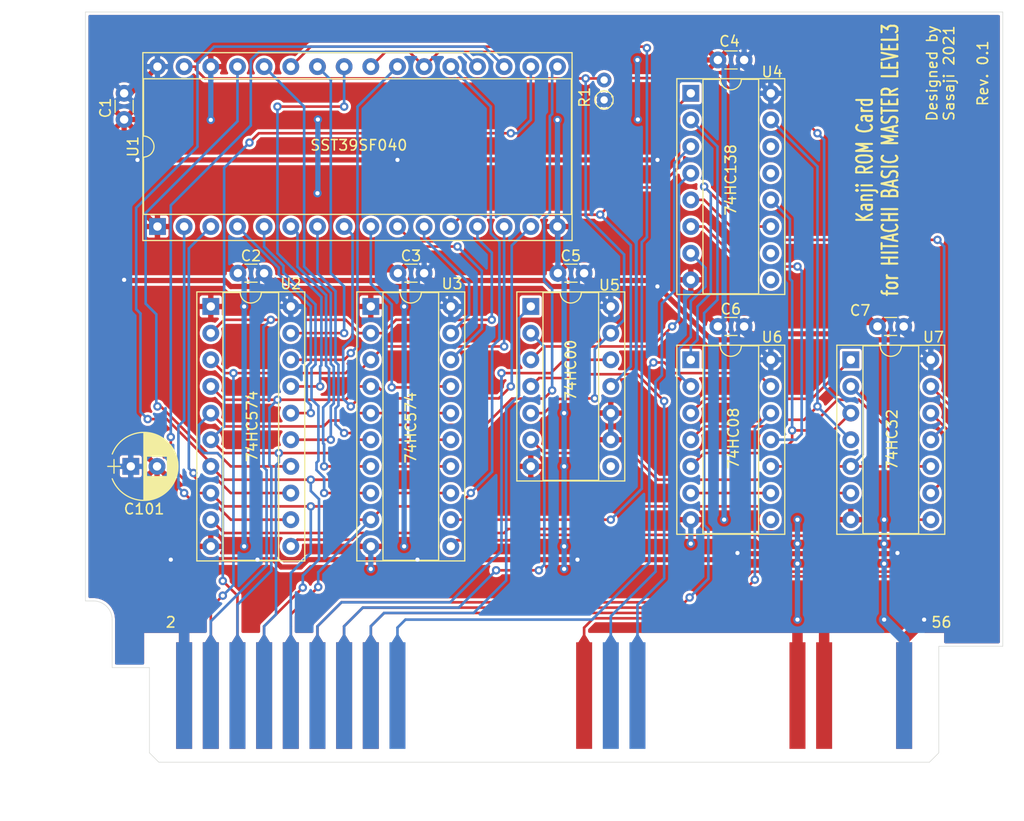
<source format=kicad_pcb>
(kicad_pcb (version 20171130) (host pcbnew "(5.1.8)-1")
  (title_block (date 2021-03-19))
  (layers (0 F.Cu signal) (31 B.Cu signal) (34 B.Paste user) (35 F.Paste user) (36 B.SilkS user) (37 F.SilkS user) (38 B.Mask user) (39 F.Mask user) (44 Edge.Cuts user))
  (net 0 "")
  (net 1 GND)
  (net 2 VCC)
  (net 3 /A1)
  (net 4 /A3)
  (net 5 /A5)
  (net 6 /~EX_IO)
  (net 7 /A0)
  (net 8 /A2)
  (net 9 /A4)
  (net 10 /A6)
  (net 11 /R~W)
  (net 12 /E)
  (net 13 /BD2)
  (net 14 /BD1)
  (net 15 /BA14)
  (net 16 /BD0)
  (net 17 /BA13)
  (net 18 /BA8)
  (net 19 /BA1)
  (net 20 /BA9)
  (net 21 /BA2)
  (net 22 /BA11)
  (net 23 /BA3)
  (net 24 /~FF75_76_RE)
  (net 25 /BA4)
  (net 26 /BA10)
  (net 27 /BA5)
  (net 28 /~FF75_76_R)
  (net 29 /BA6)
  (net 30 /BD7)
  (net 31 /BA7)
  (net 32 /BD6)
  (net 33 /BA12)
  (net 34 /BD5)
  (net 35 /BA15)
  (net 36 /BD4)
  (net 37 /BA16)
  (net 38 /BD3)
  (net 39 /~FF75_W)
  (net 40 /~FF76_W)
  (net 41 /~FF75_R)
  (net 42 /~FF76_R)
  (net 43 /~FF76_WE)
  (net 44 /~BE)
  (net 45 /~FF75_WE)
  (net 46 PUR1)
  (net 47 /~AA0)
  (net 48 /~DATA_W)
  (net 49 /~ASEL3)
  (net 50 /~A2_A4)
  (net 51 /A5_A6)
  (module CardEdge:CardEdge56 (layer F.Cu) (at 93.98 151.384)
    (fp_text reference J1)
    (fp_text value Conn_02x28_Odd_Even)
    (fp_text user 56 (at 39.116 -1.905) (layer F.SilkS))
    (fp_text user 2 (at -34.29 -1.905) (layer F.SilkS))
    (pad 55 connect rect (at 35.56 5.08) (size 1.524 10.16) (layers B.Cu) (net 1 GND))
    (pad 35 connect rect (at 10.16 5.08) (size 1.524 10.16) (layers B.Cu) (net 12 /E))
    (pad 33 connect rect (at 7.62 5.08) (size 1.524 10.16) (layers B.Cu) (net 11 /R~W))
    (pad 17 connect rect (at -12.7 5.08) (size 1.524 10.16) (layers B.Cu) (net 10 /A6))
    (pad 15 connect rect (at -15.24 5.08) (size 1.524 10.16) (layers B.Cu) (net 9 /A4))
    (pad 13 connect rect (at -17.78 5.08) (size 1.524 10.16) (layers B.Cu) (net 8 /A2))
    (pad 11 connect rect (at -20.32 5.08) (size 1.524 10.16) (layers B.Cu) (net 7 /A0))
    (pad 9 connect rect (at -22.86 5.08) (size 1.524 10.16) (layers B.Cu) (net 32 /BD6))
    (pad 7 connect rect (at -25.4 5.08) (size 1.524 10.16) (layers B.Cu) (net 36 /BD4))
    (pad 5 connect rect (at -27.94 5.08) (size 1.524 10.16) (layers B.Cu) (net 13 /BD2))
    (pad 3 connect rect (at -30.48 5.08) (size 1.524 10.16) (layers B.Cu) (net 16 /BD0))
    (pad 1 connect rect (at -33.02 5.08) (size 1.524 10.16) (layers B.Cu) (net 2 VCC))
    (pad 56 connect rect (at 35.56 5.08) (size 1.524 10.16) (layers F.Cu) (net 2 VCC))
    (pad 50 connect rect (at 27.94 5.08) (size 1.524 10.16) (layers F.Cu) (net 1 GND))
    (pad 48 connect rect (at 25.4 5.08) (size 1.524 10.16) (layers F.Cu) (net 1 GND))
    (pad 32 connect rect (at 5.08 5.08) (size 1.524 10.16) (layers F.Cu) (net 6 /~EX_IO))
    (pad 16 connect rect (at -15.24 5.08) (size 1.524 10.16) (layers F.Cu) (net 5 /A5))
    (pad 14 connect rect (at -17.78 5.08) (size 1.524 10.16) (layers F.Cu) (net 4 /A3))
    (pad 12 connect rect (at -20.32 5.08) (size 1.524 10.16) (layers F.Cu) (net 3 /A1))
    (pad 10 connect rect (at -22.86 5.08) (size 1.524 10.16) (layers F.Cu) (net 30 /BD7))
    (pad 8 connect rect (at -25.4 5.08) (size 1.524 10.16) (layers F.Cu) (net 34 /BD5))
    (pad 6 connect rect (at -27.94 5.08) (size 1.524 10.16) (layers F.Cu) (net 38 /BD3))
    (pad 4 connect rect (at -30.48 5.08) (size 1.524 10.16) (layers F.Cu) (net 14 /BD1))
    (pad 2 connect rect (at -33.02 5.08) (size 1.524 10.16) (layers F.Cu) (net 1 GND))
  )
  (module Triangle:T (layer F.Cu) (at 81.28 151.003)
    (fp_text reference REF** hide)
    (fp_text value T hide)
    (pad "" smd trapezoid (at 0 0) (size 0.63 1) (rect_delta 0 0.62) (layers B.Cu) (net 10 /A6))
  )
  (module Triangle:T (layer F.Cu) (at 78.74 151.003)
    (fp_text reference REF** hide)
    (fp_text value T hide)
    (pad "" smd trapezoid (at 0 0) (size 0.63 1) (rect_delta 0 0.62) (layers B.Cu) (net 9 /A4))
  )
  (module Triangle:T (layer F.Cu) (at 76.2 151.003)
    (fp_text reference REF** hide)
    (fp_text value T hide)
    (pad "" smd trapezoid (at 0 0) (size 0.63 1) (rect_delta 0 0.62) (layers B.Cu) (net 8 /A2))
  )
  (module Triangle:T (layer F.Cu) (at 73.66 151.003)
    (fp_text reference REF** hide)
    (fp_text value T hide)
    (pad "" smd trapezoid (at 0 0) (size 0.63 1) (rect_delta 0 0.62) (layers B.Cu) (net 7 /A0))
  )
  (module Triangle:T (layer F.Cu) (at 71.12 151.003)
    (fp_text reference REF** hide)
    (fp_text value T hide)
    (pad "" smd trapezoid (at 0 0) (size 0.63 1) (rect_delta 0 0.62) (layers B.Cu) (net 32 /BD6))
  )
  (module Triangle:T (layer F.Cu) (at 68.58 151.003)
    (fp_text reference REF** hide)
    (fp_text value T hide)
    (pad "" smd trapezoid (at 0 0) (size 0.63 1) (rect_delta 0 0.62) (layers B.Cu) (net 36 /BD4))
  )
  (module Triangle:T (layer F.Cu) (at 66.04 151.003)
    (fp_text reference REF** hide)
    (fp_text value T hide)
    (pad "" smd trapezoid (at 0 0) (size 0.63 1) (rect_delta 0 0.62) (layers B.Cu) (net 13 /BD2))
  )
  (module Triangle:T (layer F.Cu) (at 63.5 151.003)
    (fp_text reference REF** hide)
    (fp_text value T hide)
    (pad "" smd trapezoid (at 0 0) (size 0.63 1) (rect_delta 0 0.62) (layers B.Cu) (net 16 /BD0))
  )
  (module Triangle:T (layer F.Cu) (at 101.6 151.003)
    (fp_text reference REF** hide)
    (fp_text value T hide)
    (pad "" smd trapezoid (at 0 0) (size 0.63 1) (rect_delta 0 0.62) (layers B.Cu) (net 11 /R~W))
  )
  (module Triangle:T (layer F.Cu) (at 104.14 151.003)
    (fp_text reference REF** hide)
    (fp_text value T hide)
    (pad "" smd trapezoid (at 0 0) (size 0.63 1) (rect_delta 0 0.62) (layers B.Cu) (net 12 /E))
  )
  (module Triangle:T (layer F.Cu) (at 99.06 151.003)
    (fp_text reference REF** hide)
    (fp_text value T hide)
    (pad "" smd trapezoid (at 0 0) (size 0.63 1) (rect_delta 0 0.62) (layers F.Cu) (net 6 /~EX_IO))
  )
  (module Triangle:T (layer F.Cu) (at 78.74 151.003)
    (fp_text reference REF** hide)
    (fp_text value T hide)
    (pad "" smd trapezoid (at 0 0) (size 0.63 1) (rect_delta 0 0.62) (layers F.Cu) (net 5 /A5))
  )
  (module Triangle:T (layer F.Cu) (at 76.2 151.003)
    (fp_text reference REF** hide)
    (fp_text value T hide)
    (pad "" smd trapezoid (at 0 0) (size 0.63 1) (rect_delta 0 0.62) (layers F.Cu) (net 4 /A3))
  )
  (module Triangle:T (layer F.Cu) (at 73.66 151.003)
    (fp_text reference REF** hide)
    (fp_text value T hide)
    (pad "" smd trapezoid (at 0 0) (size 0.63 1) (rect_delta 0 0.62) (layers F.Cu) (net 3 /A1))
  )
  (module Triangle:T (layer F.Cu) (at 71.12 151.003)
    (fp_text reference REF** hide)
    (fp_text value T hide)
    (pad "" smd trapezoid (at 0 0) (size 0.63 1) (rect_delta 0 0.62) (layers F.Cu) (net 30 /BD7))
  )
  (module Triangle:T (layer F.Cu) (at 68.58 151.003)
    (fp_text reference REF** hide)
    (fp_text value T hide)
    (pad "" smd trapezoid (at 0 0) (size 0.63 1) (rect_delta 0 0.62) (layers F.Cu) (net 34 /BD5))
  )
  (module Triangle:T (layer F.Cu) (at 66.04 151.003)
    (fp_text reference REF** hide)
    (fp_text value T hide)
    (pad "" smd trapezoid (at 0 0) (size 0.63 1) (rect_delta 0 0.62) (layers F.Cu) (net 38 /BD3))
  )
  (module Triangle:T (layer F.Cu) (at 63.5 151.003)
    (fp_text reference REF** hide)
    (fp_text value T hide)
    (pad "" smd trapezoid (at 0 0) (size 0.63 1) (rect_delta 0 0.62) (layers F.Cu) (net 14 /BD1))
  )
  (module Housings_DIP:DIP-20_W7.62mm_Socket (layer F.Cu) (at 78.74 119.38)
    (fp_text reference U3 (at 7.747 -2.159) (layer F.SilkS))
    (fp_text value 74HC574 (at 3.81 11.557 90) (layer F.SilkS))
    (pad 1 thru_hole rect (at 0 0) (size 1.6 1.6) (drill 0.8) (layers *.Cu *.Mask) (net 1 GND))
    (pad 11 thru_hole oval (at 7.62 22.86) (size 1.6 1.6) (drill 0.8) (layers *.Cu *.Mask) (net 43 /~FF76_WE))
    (pad 2 thru_hole oval (at 0 2.54) (size 1.6 1.6) (drill 0.8) (layers *.Cu *.Mask) (net 16 /BD0))
    (pad 12 thru_hole oval (at 7.62 20.32) (size 1.6 1.6) (drill 0.8) (layers *.Cu *.Mask) (net 18 /BA8))
    (pad 3 thru_hole oval (at 0 5.08) (size 1.6 1.6) (drill 0.8) (layers *.Cu *.Mask) (net 14 /BD1))
    (pad 13 thru_hole oval (at 7.62 17.78) (size 1.6 1.6) (drill 0.8) (layers *.Cu *.Mask) (net 31 /BA7))
    (pad 4 thru_hole oval (at 0 7.62) (size 1.6 1.6) (drill 0.8) (layers *.Cu *.Mask) (net 13 /BD2))
    (pad 14 thru_hole oval (at 7.62 15.24) (size 1.6 1.6) (drill 0.8) (layers *.Cu *.Mask) (net 29 /BA6))
    (pad 5 thru_hole oval (at 0 10.16) (size 1.6 1.6) (drill 0.8) (layers *.Cu *.Mask) (net 38 /BD3))
    (pad 15 thru_hole oval (at 7.62 12.7) (size 1.6 1.6) (drill 0.8) (layers *.Cu *.Mask) (net 27 /BA5))
    (pad 6 thru_hole oval (at 0 12.7) (size 1.6 1.6) (drill 0.8) (layers *.Cu *.Mask) (net 36 /BD4))
    (pad 16 thru_hole oval (at 7.62 10.16) (size 1.6 1.6) (drill 0.8) (layers *.Cu *.Mask) (net 25 /BA4))
    (pad 7 thru_hole oval (at 0 15.24) (size 1.6 1.6) (drill 0.8) (layers *.Cu *.Mask) (net 34 /BD5))
    (pad 17 thru_hole oval (at 7.62 7.62) (size 1.6 1.6) (drill 0.8) (layers *.Cu *.Mask) (net 23 /BA3))
    (pad 8 thru_hole oval (at 0 17.78) (size 1.6 1.6) (drill 0.8) (layers *.Cu *.Mask) (net 32 /BD6))
    (pad 18 thru_hole oval (at 7.62 5.08) (size 1.6 1.6) (drill 0.8) (layers *.Cu *.Mask) (net 21 /BA2))
    (pad 9 thru_hole oval (at 0 20.32) (size 1.6 1.6) (drill 0.8) (layers *.Cu *.Mask) (net 30 /BD7))
    (pad 19 thru_hole oval (at 7.62 2.54) (size 1.6 1.6) (drill 0.8) (layers *.Cu *.Mask) (net 19 /BA1))
    (pad 10 thru_hole oval (at 0 22.86) (size 1.6 1.6) (drill 0.8) (layers *.Cu *.Mask) (net 1 GND))
    (pad 20 thru_hole oval (at 7.62 0) (size 1.6 1.6) (drill 0.8) (layers *.Cu *.Mask) (net 2 VCC))
  )
  (module Housings_DIP:DIP-32_W15.24mm_Socket (layer F.Cu) (at 58.42 111.76 90)
    (fp_text reference U1 (at 7.62 -2.33 90) (layer F.SilkS))
    (fp_text value SST39SF040 (at 7.747 19.177 180) (layer F.SilkS))
    (pad 1 thru_hole rect (at 0 0 90) (size 1.6 1.6) (drill 0.8) (layers *.Cu *.Mask) (net 1 GND))
    (pad 17 thru_hole oval (at 15.24 38.1 90) (size 1.6 1.6) (drill 0.8) (layers *.Cu *.Mask) (net 38 /BD3))
    (pad 2 thru_hole oval (at 0 2.54 90) (size 1.6 1.6) (drill 0.8) (layers *.Cu *.Mask) (net 37 /BA16))
    (pad 18 thru_hole oval (at 15.24 35.56 90) (size 1.6 1.6) (drill 0.8) (layers *.Cu *.Mask) (net 36 /BD4))
    (pad 3 thru_hole oval (at 0 5.08 90) (size 1.6 1.6) (drill 0.8) (layers *.Cu *.Mask) (net 35 /BA15))
    (pad 19 thru_hole oval (at 15.24 33.02 90) (size 1.6 1.6) (drill 0.8) (layers *.Cu *.Mask) (net 34 /BD5))
    (pad 4 thru_hole oval (at 0 7.62 90) (size 1.6 1.6) (drill 0.8) (layers *.Cu *.Mask) (net 33 /BA12))
    (pad 20 thru_hole oval (at 15.24 30.48 90) (size 1.6 1.6) (drill 0.8) (layers *.Cu *.Mask) (net 32 /BD6))
    (pad 5 thru_hole oval (at 0 10.16 90) (size 1.6 1.6) (drill 0.8) (layers *.Cu *.Mask) (net 31 /BA7))
    (pad 21 thru_hole oval (at 15.24 27.94 90) (size 1.6 1.6) (drill 0.8) (layers *.Cu *.Mask) (net 30 /BD7))
    (pad 6 thru_hole oval (at 0 12.7 90) (size 1.6 1.6) (drill 0.8) (layers *.Cu *.Mask) (net 29 /BA6))
    (pad 22 thru_hole oval (at 15.24 25.4 90) (size 1.6 1.6) (drill 0.8) (layers *.Cu *.Mask) (net 24 /~FF75_76_RE))
    (pad 7 thru_hole oval (at 0 15.24 90) (size 1.6 1.6) (drill 0.8) (layers *.Cu *.Mask) (net 27 /BA5))
    (pad 23 thru_hole oval (at 15.24 22.86 90) (size 1.6 1.6) (drill 0.8) (layers *.Cu *.Mask) (net 26 /BA10))
    (pad 8 thru_hole oval (at 0 17.78 90) (size 1.6 1.6) (drill 0.8) (layers *.Cu *.Mask) (net 25 /BA4))
    (pad 24 thru_hole oval (at 15.24 20.32 90) (size 1.6 1.6) (drill 0.8) (layers *.Cu *.Mask) (net 24 /~FF75_76_RE))
    (pad 9 thru_hole oval (at 0 20.32 90) (size 1.6 1.6) (drill 0.8) (layers *.Cu *.Mask) (net 23 /BA3))
    (pad 25 thru_hole oval (at 15.24 17.78 90) (size 1.6 1.6) (drill 0.8) (layers *.Cu *.Mask) (net 22 /BA11))
    (pad 10 thru_hole oval (at 0 22.86 90) (size 1.6 1.6) (drill 0.8) (layers *.Cu *.Mask) (net 21 /BA2))
    (pad 26 thru_hole oval (at 15.24 15.24 90) (size 1.6 1.6) (drill 0.8) (layers *.Cu *.Mask) (net 20 /BA9))
    (pad 11 thru_hole oval (at 0 25.4 90) (size 1.6 1.6) (drill 0.8) (layers *.Cu *.Mask) (net 19 /BA1))
    (pad 27 thru_hole oval (at 15.24 12.7 90) (size 1.6 1.6) (drill 0.8) (layers *.Cu *.Mask) (net 18 /BA8))
    (pad 12 thru_hole oval (at 0 27.94 90) (size 1.6 1.6) (drill 0.8) (layers *.Cu *.Mask) (net 47 /~AA0))
    (pad 28 thru_hole oval (at 15.24 10.16 90) (size 1.6 1.6) (drill 0.8) (layers *.Cu *.Mask) (net 17 /BA13))
    (pad 13 thru_hole oval (at 0 30.48 90) (size 1.6 1.6) (drill 0.8) (layers *.Cu *.Mask) (net 16 /BD0))
    (pad 29 thru_hole oval (at 15.24 7.62 90) (size 1.6 1.6) (drill 0.8) (layers *.Cu *.Mask) (net 15 /BA14))
    (pad 14 thru_hole oval (at 0 33.02 90) (size 1.6 1.6) (drill 0.8) (layers *.Cu *.Mask) (net 14 /BD1))
    (pad 30 thru_hole oval (at 15.24 5.08 90) (size 1.6 1.6) (drill 0.8) (layers *.Cu *.Mask) (net 1 GND))
    (pad 15 thru_hole oval (at 0 35.56 90) (size 1.6 1.6) (drill 0.8) (layers *.Cu *.Mask) (net 13 /BD2))
    (pad 31 thru_hole oval (at 15.24 2.54 90) (size 1.6 1.6) (drill 0.8) (layers *.Cu *.Mask) (net 46 PUR1))
    (pad 16 thru_hole oval (at 0 38.1 90) (size 1.6 1.6) (drill 0.8) (layers *.Cu *.Mask) (net 1 GND))
    (pad 32 thru_hole oval (at 15.24 0 90) (size 1.6 1.6) (drill 0.8) (layers *.Cu *.Mask) (net 2 VCC))
  )
  (module Housings_DIP:DIP-14_W7.62mm_Socket (layer F.Cu) (at 124.46 124.46)
    (fp_text reference U7 (at 7.874 -2.159) (layer F.SilkS))
    (fp_text value 74HC32 (at 3.937 7.62 90) (layer F.SilkS))
    (pad 1 thru_hole rect (at 0 0) (size 1.6 1.6) (drill 0.8) (layers *.Cu *.Mask) (net 28 /~FF75_76_R))
    (pad 8 thru_hole oval (at 7.62 15.24) (size 1.6 1.6) (drill 0.8) (layers *.Cu *.Mask) (net 43 /~FF76_WE))
    (pad 2 thru_hole oval (at 0 2.54) (size 1.6 1.6) (drill 0.8) (layers *.Cu *.Mask) (net 44 /~BE))
    (pad 9 thru_hole oval (at 7.62 12.7) (size 1.6 1.6) (drill 0.8) (layers *.Cu *.Mask) (net 40 /~FF76_W))
    (pad 3 thru_hole oval (at 0 5.08) (size 1.6 1.6) (drill 0.8) (layers *.Cu *.Mask) (net 24 /~FF75_76_RE))
    (pad 10 thru_hole oval (at 7.62 10.16) (size 1.6 1.6) (drill 0.8) (layers *.Cu *.Mask) (net 44 /~BE))
    (pad 4 thru_hole oval (at 0 7.62) (size 1.6 1.6) (drill 0.8) (layers *.Cu *.Mask) (net 39 /~FF75_W))
    (pad 11 thru_hole oval (at 7.62 7.62) (size 1.6 1.6) (drill 0.8) (layers *.Cu *.Mask) (net 49 /~ASEL3))
    (pad 5 thru_hole oval (at 0 10.16) (size 1.6 1.6) (drill 0.8) (layers *.Cu *.Mask) (net 44 /~BE))
    (pad 12 thru_hole oval (at 7.62 5.08) (size 1.6 1.6) (drill 0.8) (layers *.Cu *.Mask) (net 4 /A3))
    (pad 6 thru_hole oval (at 0 12.7) (size 1.6 1.6) (drill 0.8) (layers *.Cu *.Mask) (net 45 /~FF75_WE))
    (pad 13 thru_hole oval (at 7.62 2.54) (size 1.6 1.6) (drill 0.8) (layers *.Cu *.Mask) (net 6 /~EX_IO))
    (pad 7 thru_hole oval (at 0 15.24) (size 1.6 1.6) (drill 0.8) (layers *.Cu *.Mask) (net 1 GND))
    (pad 14 thru_hole oval (at 7.62 0) (size 1.6 1.6) (drill 0.8) (layers *.Cu *.Mask) (net 2 VCC))
  )
  (module Housings_DIP:DIP-14_W7.62mm_Socket (layer F.Cu) (at 109.22 124.46)
    (fp_text reference U6 (at 7.747 -2.159) (layer F.SilkS))
    (fp_text value 74HC08 (at 4.064 7.493 90) (layer F.SilkS))
    (pad 1 thru_hole rect (at 0 0) (size 1.6 1.6) (drill 0.8) (layers *.Cu *.Mask) (net 41 /~FF75_R))
    (pad 8 thru_hole oval (at 7.62 15.24) (size 1.6 1.6) (drill 0.8) (layers *.Cu *.Mask))
    (pad 2 thru_hole oval (at 0 2.54) (size 1.6 1.6) (drill 0.8) (layers *.Cu *.Mask) (net 42 /~FF76_R))
    (pad 9 thru_hole oval (at 7.62 12.7) (size 1.6 1.6) (drill 0.8) (layers *.Cu *.Mask) (net 48 /~DATA_W))
    (pad 3 thru_hole oval (at 0 5.08) (size 1.6 1.6) (drill 0.8) (layers *.Cu *.Mask) (net 28 /~FF75_76_R))
    (pad 10 thru_hole oval (at 7.62 10.16) (size 1.6 1.6) (drill 0.8) (layers *.Cu *.Mask) (net 24 /~FF75_76_RE))
    (pad 4 thru_hole oval (at 0 7.62) (size 1.6 1.6) (drill 0.8) (layers *.Cu *.Mask) (net 39 /~FF75_W))
    (pad 11 thru_hole oval (at 7.62 7.62) (size 1.6 1.6) (drill 0.8) (layers *.Cu *.Mask) (net 51 /A5_A6))
    (pad 5 thru_hole oval (at 0 10.16) (size 1.6 1.6) (drill 0.8) (layers *.Cu *.Mask) (net 40 /~FF76_W))
    (pad 12 thru_hole oval (at 7.62 5.08) (size 1.6 1.6) (drill 0.8) (layers *.Cu *.Mask) (net 5 /A5))
    (pad 6 thru_hole oval (at 0 12.7) (size 1.6 1.6) (drill 0.8) (layers *.Cu *.Mask) (net 48 /~DATA_W))
    (pad 13 thru_hole oval (at 7.62 2.54) (size 1.6 1.6) (drill 0.8) (layers *.Cu *.Mask) (net 10 /A6))
    (pad 7 thru_hole oval (at 0 15.24) (size 1.6 1.6) (drill 0.8) (layers *.Cu *.Mask) (net 1 GND))
    (pad 14 thru_hole oval (at 7.62 0) (size 1.6 1.6) (drill 0.8) (layers *.Cu *.Mask) (net 2 VCC))
  )
  (module Housings_DIP:DIP-14_W7.62mm_Socket (layer F.Cu) (at 93.98 119.38)
    (fp_text reference U5 (at 7.493 -2.032) (layer F.SilkS))
    (fp_text value 74HC00 (at 3.81 6.096 90) (layer F.SilkS))
    (pad 1 thru_hole rect (at 0 0) (size 1.6 1.6) (drill 0.8) (layers *.Cu *.Mask) (net 9 /A4))
    (pad 8 thru_hole oval (at 7.62 15.24) (size 1.6 1.6) (drill 0.8) (layers *.Cu *.Mask))
    (pad 2 thru_hole oval (at 0 2.54) (size 1.6 1.6) (drill 0.8) (layers *.Cu *.Mask) (net 8 /A2))
    (pad 9 thru_hole oval (at 7.62 12.7) (size 1.6 1.6) (drill 0.8) (layers *.Cu *.Mask) (net 1 GND))
    (pad 3 thru_hole oval (at 0 5.08) (size 1.6 1.6) (drill 0.8) (layers *.Cu *.Mask) (net 50 /~A2_A4))
    (pad 10 thru_hole oval (at 7.62 10.16) (size 1.6 1.6) (drill 0.8) (layers *.Cu *.Mask) (net 1 GND))
    (pad 4 thru_hole oval (at 0 7.62) (size 1.6 1.6) (drill 0.8) (layers *.Cu *.Mask) (net 12 /E))
    (pad 11 thru_hole oval (at 7.62 7.62) (size 1.6 1.6) (drill 0.8) (layers *.Cu *.Mask) (net 47 /~AA0))
    (pad 5 thru_hole oval (at 0 10.16) (size 1.6 1.6) (drill 0.8) (layers *.Cu *.Mask) (net 46 PUR1))
    (pad 12 thru_hole oval (at 7.62 5.08) (size 1.6 1.6) (drill 0.8) (layers *.Cu *.Mask) (net 7 /A0))
    (pad 6 thru_hole oval (at 0 12.7) (size 1.6 1.6) (drill 0.8) (layers *.Cu *.Mask) (net 44 /~BE))
    (pad 13 thru_hole oval (at 7.62 2.54) (size 1.6 1.6) (drill 0.8) (layers *.Cu *.Mask) (net 46 PUR1))
    (pad 7 thru_hole oval (at 0 15.24) (size 1.6 1.6) (drill 0.8) (layers *.Cu *.Mask) (net 1 GND))
    (pad 14 thru_hole oval (at 7.62 0) (size 1.6 1.6) (drill 0.8) (layers *.Cu *.Mask) (net 2 VCC))
  )
  (module Housings_DIP:DIP-16_W7.62mm_Socket (layer F.Cu) (at 109.22 99.06)
    (fp_text reference U4 (at 7.747 -2.032) (layer F.SilkS))
    (fp_text value 74HC138 (at 3.81 8.255 90) (layer F.SilkS))
    (pad 1 thru_hole rect (at 0 0) (size 1.6 1.6) (drill 0.8) (layers *.Cu *.Mask) (net 47 /~AA0))
    (pad 9 thru_hole oval (at 7.62 17.78) (size 1.6 1.6) (drill 0.8) (layers *.Cu *.Mask))
    (pad 2 thru_hole oval (at 0 2.54) (size 1.6 1.6) (drill 0.8) (layers *.Cu *.Mask) (net 3 /A1))
    (pad 10 thru_hole oval (at 7.62 15.24) (size 1.6 1.6) (drill 0.8) (layers *.Cu *.Mask))
    (pad 3 thru_hole oval (at 0 5.08) (size 1.6 1.6) (drill 0.8) (layers *.Cu *.Mask) (net 11 /R~W))
    (pad 11 thru_hole oval (at 7.62 12.7) (size 1.6 1.6) (drill 0.8) (layers *.Cu *.Mask) (net 41 /~FF75_R))
    (pad 4 thru_hole oval (at 0 7.62) (size 1.6 1.6) (drill 0.8) (layers *.Cu *.Mask) (net 50 /~A2_A4))
    (pad 12 thru_hole oval (at 7.62 10.16) (size 1.6 1.6) (drill 0.8) (layers *.Cu *.Mask) (net 40 /~FF76_W))
    (pad 5 thru_hole oval (at 0 10.16) (size 1.6 1.6) (drill 0.8) (layers *.Cu *.Mask) (net 49 /~ASEL3))
    (pad 13 thru_hole oval (at 7.62 7.62) (size 1.6 1.6) (drill 0.8) (layers *.Cu *.Mask))
    (pad 6 thru_hole oval (at 0 12.7) (size 1.6 1.6) (drill 0.8) (layers *.Cu *.Mask) (net 51 /A5_A6))
    (pad 14 thru_hole oval (at 7.62 5.08) (size 1.6 1.6) (drill 0.8) (layers *.Cu *.Mask))
    (pad 7 thru_hole oval (at 0 15.24) (size 1.6 1.6) (drill 0.8) (layers *.Cu *.Mask) (net 42 /~FF76_R))
    (pad 15 thru_hole oval (at 7.62 2.54) (size 1.6 1.6) (drill 0.8) (layers *.Cu *.Mask) (net 39 /~FF75_W))
    (pad 8 thru_hole oval (at 0 17.78) (size 1.6 1.6) (drill 0.8) (layers *.Cu *.Mask) (net 1 GND))
    (pad 16 thru_hole oval (at 7.62 0) (size 1.6 1.6) (drill 0.8) (layers *.Cu *.Mask) (net 2 VCC))
  )
  (module Housings_DIP:DIP-20_W7.62mm_Socket (layer F.Cu) (at 63.5 119.38)
    (fp_text reference U2 (at 7.62 -2.159) (layer F.SilkS))
    (fp_text value 74HC574 (at 3.937 11.43 90) (layer F.SilkS))
    (pad 1 thru_hole rect (at 0 0) (size 1.6 1.6) (drill 0.8) (layers *.Cu *.Mask) (net 1 GND))
    (pad 11 thru_hole oval (at 7.62 22.86) (size 1.6 1.6) (drill 0.8) (layers *.Cu *.Mask) (net 45 /~FF75_WE))
    (pad 2 thru_hole oval (at 0 2.54) (size 1.6 1.6) (drill 0.8) (layers *.Cu *.Mask) (net 16 /BD0))
    (pad 12 thru_hole oval (at 7.62 20.32) (size 1.6 1.6) (drill 0.8) (layers *.Cu *.Mask) (net 37 /BA16))
    (pad 3 thru_hole oval (at 0 5.08) (size 1.6 1.6) (drill 0.8) (layers *.Cu *.Mask) (net 14 /BD1))
    (pad 13 thru_hole oval (at 7.62 17.78) (size 1.6 1.6) (drill 0.8) (layers *.Cu *.Mask) (net 35 /BA15))
    (pad 4 thru_hole oval (at 0 7.62) (size 1.6 1.6) (drill 0.8) (layers *.Cu *.Mask) (net 13 /BD2))
    (pad 14 thru_hole oval (at 7.62 15.24) (size 1.6 1.6) (drill 0.8) (layers *.Cu *.Mask) (net 15 /BA14))
    (pad 5 thru_hole oval (at 0 10.16) (size 1.6 1.6) (drill 0.8) (layers *.Cu *.Mask) (net 38 /BD3))
    (pad 15 thru_hole oval (at 7.62 12.7) (size 1.6 1.6) (drill 0.8) (layers *.Cu *.Mask) (net 17 /BA13))
    (pad 6 thru_hole oval (at 0 12.7) (size 1.6 1.6) (drill 0.8) (layers *.Cu *.Mask) (net 36 /BD4))
    (pad 16 thru_hole oval (at 7.62 10.16) (size 1.6 1.6) (drill 0.8) (layers *.Cu *.Mask) (net 33 /BA12))
    (pad 7 thru_hole oval (at 0 15.24) (size 1.6 1.6) (drill 0.8) (layers *.Cu *.Mask) (net 34 /BD5))
    (pad 17 thru_hole oval (at 7.62 7.62) (size 1.6 1.6) (drill 0.8) (layers *.Cu *.Mask) (net 22 /BA11))
    (pad 8 thru_hole oval (at 0 17.78) (size 1.6 1.6) (drill 0.8) (layers *.Cu *.Mask) (net 32 /BD6))
    (pad 18 thru_hole oval (at 7.62 5.08) (size 1.6 1.6) (drill 0.8) (layers *.Cu *.Mask) (net 26 /BA10))
    (pad 9 thru_hole oval (at 0 20.32) (size 1.6 1.6) (drill 0.8) (layers *.Cu *.Mask) (net 30 /BD7))
    (pad 19 thru_hole oval (at 7.62 2.54) (size 1.6 1.6) (drill 0.8) (layers *.Cu *.Mask) (net 20 /BA9))
    (pad 10 thru_hole oval (at 0 22.86) (size 1.6 1.6) (drill 0.8) (layers *.Cu *.Mask) (net 1 GND))
    (pad 20 thru_hole oval (at 7.62 0) (size 1.6 1.6) (drill 0.8) (layers *.Cu *.Mask) (net 2 VCC))
  )
  (module Resistors_ThroughHole:R_Axial_DIN0204_L3.6mm_D1.6mm_P1.90mm_Vertical (layer F.Cu) (at 100.965 99.695 90)
    (fp_text reference R1 (at 0.254 -1.86 90) (layer F.SilkS))
    (fp_text value 4.7K)
    (pad 1 thru_hole circle (at 0 0 90) (size 1.4 1.4) (drill 0.7) (layers *.Cu *.Mask) (net 2 VCC))
    (pad 2 thru_hole oval (at 1.9 0 90) (size 1.4 1.4) (drill 0.7) (layers *.Cu *.Mask) (net 46 PUR1))
  )
  (module Capacitors_ThroughHole:C_Disc_D3.0mm_W1.6mm_P2.50mm (layer F.Cu) (at 129.5 121.285 180)
    (fp_text reference C7 (at 4.151 1.524) (layer F.SilkS))
    (fp_text value 0.1u)
    (pad 1 thru_hole circle (at 0 0 180) (size 1.6 1.6) (drill 0.8) (layers *.Cu *.Mask) (net 2 VCC))
    (pad 2 thru_hole circle (at 2.5 0 180) (size 1.6 1.6) (drill 0.8) (layers *.Cu *.Mask) (net 1 GND))
  )
  (module Capacitors_ThroughHole:C_Disc_D3.0mm_W1.6mm_P2.50mm (layer F.Cu) (at 114.3 121.285 180)
    (fp_text reference C6 (at 1.27 1.651) (layer F.SilkS))
    (fp_text value 0.1u)
    (pad 1 thru_hole circle (at 0 0 180) (size 1.6 1.6) (drill 0.8) (layers *.Cu *.Mask) (net 2 VCC))
    (pad 2 thru_hole circle (at 2.5 0 180) (size 1.6 1.6) (drill 0.8) (layers *.Cu *.Mask) (net 1 GND))
  )
  (module Capacitors_ThroughHole:C_Disc_D3.0mm_W1.6mm_P2.50mm (layer F.Cu) (at 99.06 116.205 180)
    (fp_text reference C5 (at 1.27 1.651) (layer F.SilkS))
    (fp_text value 0.1u)
    (pad 1 thru_hole circle (at 0 0 180) (size 1.6 1.6) (drill 0.8) (layers *.Cu *.Mask) (net 2 VCC))
    (pad 2 thru_hole circle (at 2.5 0 180) (size 1.6 1.6) (drill 0.8) (layers *.Cu *.Mask) (net 1 GND))
  )
  (module Capacitors_ThroughHole:C_Disc_D3.0mm_W1.6mm_P2.50mm (layer F.Cu) (at 114.3 95.885 180)
    (fp_text reference C4 (at 1.397 1.778) (layer F.SilkS))
    (fp_text value 0.1u)
    (pad 1 thru_hole circle (at 0 0 180) (size 1.6 1.6) (drill 0.8) (layers *.Cu *.Mask) (net 2 VCC))
    (pad 2 thru_hole circle (at 2.5 0 180) (size 1.6 1.6) (drill 0.8) (layers *.Cu *.Mask) (net 1 GND))
  )
  (module Capacitors_ThroughHole:C_Disc_D3.0mm_W1.6mm_P2.50mm (layer F.Cu) (at 83.82 116.205 180)
    (fp_text reference C3 (at 1.25 1.651) (layer F.SilkS))
    (fp_text value 0.1u)
    (pad 1 thru_hole circle (at 0 0 180) (size 1.6 1.6) (drill 0.8) (layers *.Cu *.Mask) (net 2 VCC))
    (pad 2 thru_hole circle (at 2.5 0 180) (size 1.6 1.6) (drill 0.8) (layers *.Cu *.Mask) (net 1 GND))
  )
  (module Capacitors_ThroughHole:C_Disc_D3.0mm_W1.6mm_P2.50mm (layer F.Cu) (at 68.58 116.205 180)
    (fp_text reference C2 (at 1.25 1.651) (layer F.SilkS))
    (fp_text value 0.1u)
    (pad 1 thru_hole circle (at 0 0 180) (size 1.6 1.6) (drill 0.8) (layers *.Cu *.Mask) (net 2 VCC))
    (pad 2 thru_hole circle (at 2.5 0 180) (size 1.6 1.6) (drill 0.8) (layers *.Cu *.Mask) (net 1 GND))
  )
  (module Capacitors_ThroughHole:CP_Radial_D6.3mm_P2.50mm (layer F.Cu) (at 55.88 134.62)
    (fp_text reference C101 (at 1.27 4.064) (layer F.SilkS))
    (fp_text value 100u)
    (pad 1 thru_hole rect (at 0 0) (size 1.6 1.6) (drill 0.8) (layers *.Cu *.Mask) (net 2 VCC))
    (pad 2 thru_hole circle (at 2.5 0) (size 1.6 1.6) (drill 0.8) (layers *.Cu *.Mask) (net 1 GND))
  )
  (module Capacitors_ThroughHole:C_Disc_D3.0mm_W1.6mm_P2.50mm (layer F.Cu) (at 55.245 99.06 270)
    (fp_text reference C1 (at 1.397 1.778 90) (layer F.SilkS))
    (fp_text value 0.1u)
    (pad 1 thru_hole circle (at 0 0 270) (size 1.6 1.6) (drill 0.8) (layers *.Cu *.Mask) (net 2 VCC))
    (pad 2 thru_hole circle (at 2.5 0 270) (size 1.6 1.6) (drill 0.8) (layers *.Cu *.Mask) (net 1 GND))
  )
  (gr_text "Designed by\nSasaji 2021\n\nRev. 0.1" (at 134.62 97.155 90) (layer F.SilkS) (effects (font (size 1 1))))
  (gr_text "Kanji ROM Card\nfor HITACHI BASIC MASTER LEVEL3" (at 127 105.41 90) (layer F.SilkS) (effects (font (size 1.5 1) (thickness 0.2))))
  (gr_line (start 52.324 147.447) (end 51.562 147.447) (layer Edge.Cuts) (width 0.05))
  (gr_line (start 54.102 149.225) (end 54.102 153.797) (layer Edge.Cuts) (width 0.05))
  (gr_arc (start 52.324 149.225) (end 54.102 149.225) (angle -90) (layer Edge.Cuts) (width 0.05))
  (gr_line (start 51.562 91.313) (end 138.938 91.313) (layer Edge.Cuts) (width 0.05))
  (gr_line (start 138.938 151.765) (end 138.938 91.313) (layer Edge.Cuts) (width 0.05))
  (gr_line (start 51.562 147.447) (end 51.562 91.313) (layer Edge.Cuts) (width 0.05))
  (gr_line (start 57.658 153.797) (end 54.102 153.797) (layer Edge.Cuts) (width 0.05))
  (gr_line (start 132.842 151.765) (end 138.938 151.765) (layer Edge.Cuts) (width 0.05))
  (gr_line (start 57.658 161.925) (end 58.547 162.814) (layer Edge.Cuts) (width 0.05))
  (gr_line (start 132.842 161.925) (end 132.842 151.765) (layer Edge.Cuts) (width 0.05))
  (gr_line (start 131.953 162.814) (end 132.842 161.925) (layer Edge.Cuts) (width 0.05))
  (gr_line (start 58.547 162.814) (end 131.953 162.814) (layer Edge.Cuts) (width 0.05))
  (gr_line (start 57.658 153.797) (end 57.658 161.925) (layer Edge.Cuts) (width 0.05))
  (segment (start 72.39 108.585) (end 72.39 114.3) (width 0.25) (layer F.Cu) (net 1))
  (segment (start 73.66 108.585) (end 72.39 108.585) (width 0.25) (layer F.Cu) (net 1))
  (via (at 73.66 108.585) (size 0.8) (drill 0.4) (layers F.Cu B.Cu) (net 1))
  (segment (start 111.8 121.245) (end 112.395 120.65) (width 0.5) (layer B.Cu) (net 1))
  (segment (start 112.395 120.65) (end 112.395 96.48) (width 0.5) (layer B.Cu) (net 1))
  (segment (start 112.395 96.48) (end 111.8 95.885) (width 0.5) (layer B.Cu) (net 1))
  (segment (start 111.76 121.285) (end 111.8 121.245) (width 0.5) (layer B.Cu) (net 1))
  (segment (start 127.635 149.225) (end 127.635 143.891) (width 0.5) (layer B.Cu) (net 1))
  (segment (start 109.22 139.7) (end 112.395 139.7) (width 0.5) (layer F.Cu) (net 1))
  (segment (start 97.155 142.24) (end 99.695 142.24) (width 0.5) (layer F.Cu) (net 1))
  (segment (start 99.695 142.24) (end 100.965 143.51) (width 0.5) (layer F.Cu) (net 1))
  (segment (start 100.965 143.51) (end 102.235 143.51) (width 0.5) (layer F.Cu) (net 1))
  (segment (start 102.235 143.51) (end 103.505 142.24) (width 0.5) (layer F.Cu) (net 1))
  (segment (start 109.22 142.24) (end 109.22 141.986) (width 0.5) (layer F.Cu) (net 1))
  (segment (start 66.675 142.24) (end 69.215 142.24) (width 0.5) (layer F.Cu) (net 1))
  (segment (start 69.215 142.24) (end 70.485 143.51) (width 0.5) (layer F.Cu) (net 1))
  (segment (start 70.485 143.51) (end 71.755 143.51) (width 0.5) (layer F.Cu) (net 1))
  (segment (start 71.755 143.51) (end 73.025 142.24) (width 0.5) (layer F.Cu) (net 1))
  (segment (start 73.025 142.24) (end 78.74 142.24) (width 0.5) (layer F.Cu) (net 1))
  (segment (start 63.5 142.24) (end 66.675 142.24) (width 0.5) (layer F.Cu) (net 1))
  (segment (start 81.915 142.24) (end 84.455 142.24) (width 0.5) (layer F.Cu) (net 1))
  (segment (start 84.455 142.24) (end 85.725 143.51) (width 0.5) (layer F.Cu) (net 1))
  (segment (start 85.725 143.51) (end 86.995 143.51) (width 0.5) (layer F.Cu) (net 1))
  (segment (start 86.995 143.51) (end 88.265 142.24) (width 0.5) (layer F.Cu) (net 1))
  (segment (start 88.265 142.24) (end 97.155 142.24) (width 0.5) (layer F.Cu) (net 1))
  (segment (start 78.74 142.24) (end 81.915 142.24) (width 0.5) (layer F.Cu) (net 1))
  (segment (start 119.38 139.7) (end 119.38 141.986) (width 0.5) (layer B.Cu) (net 1))
  (segment (start 119.38 139.7) (end 124.46 139.7) (width 0.5) (layer F.Cu) (net 1))
  (segment (start 127.635 149.225) (end 121.92 149.225) (width 0.5) (layer F.Cu) (net 1))
  (segment (start 60.96 148.59) (end 58.42 148.59) (width 0.5) (layer F.Cu) (net 1))
  (segment (start 58.42 148.59) (end 58.42 142.24) (width 0.5) (layer F.Cu) (net 1))
  (segment (start 58.42 142.24) (end 58.38 142.2) (width 0.5) (layer F.Cu) (net 1))
  (segment (start 58.38 142.2) (end 58.38 134.62) (width 0.5) (layer F.Cu) (net 1))
  (segment (start 60.96 156.845) (end 60.96 148.59) (width 1) (layer F.Cu) (net 1))
  (segment (start 119.38 156.845) (end 119.38 149.225) (width 1) (layer F.Cu) (net 1))
  (segment (start 121.92 149.225) (end 119.38 149.225) (width 0.5) (layer F.Cu) (net 1))
  (segment (start 121.92 156.845) (end 121.92 149.225) (width 1) (layer F.Cu) (net 1))
  (segment (start 104.14 95.885) (end 104.14 101.52) (width 0.5) (layer B.Cu) (net 1))
  (segment (start 104.14 101.52) (end 104.18 101.56) (width 0.5) (layer B.Cu) (net 1))
  (segment (start 111.8 95.885) (end 104.14 95.885) (width 0.5) (layer F.Cu) (net 1))
  (segment (start 55.245 101.56) (end 73.7 101.56) (width 0.5) (layer F.Cu) (net 1))
  (segment (start 63.5 96.52) (end 63.5 101.6) (width 0.5) (layer B.Cu) (net 1))
  (segment (start 127.04 121.285) (end 127.04 121.245) (width 0.5) (layer B.Cu) (net 1))
  (segment (start 127.04 121.285) (end 127.04 121.325) (width 0.5) (layer B.Cu) (net 1))
  (segment (start 127.04 121.325) (end 127.635 121.92) (width 0.5) (layer B.Cu) (net 1))
  (segment (start 127.635 121.92) (end 127.635 139.7) (width 0.5) (layer B.Cu) (net 1))
  (segment (start 111.76 121.285) (end 112.395 121.92) (width 0.5) (layer B.Cu) (net 1))
  (segment (start 112.395 121.92) (end 112.395 139.7) (width 0.5) (layer B.Cu) (net 1))
  (segment (start 81.32 116.205) (end 81.32 116.245) (width 0.5) (layer B.Cu) (net 1))
  (segment (start 81.32 116.245) (end 81.915 116.84) (width 0.5) (layer B.Cu) (net 1))
  (segment (start 81.915 116.84) (end 81.915 142.24) (width 0.5) (layer B.Cu) (net 1))
  (segment (start 66.04 116.205) (end 66.675 116.84) (width 0.5) (layer B.Cu) (net 1))
  (segment (start 66.675 116.84) (end 66.675 119.38) (width 0.5) (layer B.Cu) (net 1))
  (segment (start 96.56 116.205) (end 96.56 111.8) (width 0.5) (layer B.Cu) (net 1))
  (segment (start 96.56 111.8) (end 96.52 111.76) (width 0.5) (layer B.Cu) (net 1))
  (segment (start 96.56 116.205) (end 96.56 116.8) (width 0.5) (layer B.Cu) (net 1))
  (segment (start 81.32 116.205) (end 81.32 116.8) (width 0.5) (layer B.Cu) (net 1))
  (segment (start 58.42 111.76) (end 55.245 108.585) (width 0.5) (layer F.Cu) (net 1))
  (segment (start 55.245 108.585) (end 55.245 101.56) (width 0.5) (layer F.Cu) (net 1))
  (segment (start 124.46 139.7) (end 127.635 139.7) (width 0.5) (layer F.Cu) (net 1))
  (segment (start 111.76 121.285) (end 113.03 120.015) (width 0.5) (layer F.Cu) (net 1))
  (segment (start 113.03 120.015) (end 114.935 120.015) (width 0.5) (layer F.Cu) (net 1))
  (segment (start 66.04 116.205) (end 67.31 114.935) (width 0.5) (layer F.Cu) (net 1))
  (segment (start 67.31 114.935) (end 69.215 114.935) (width 0.5) (layer F.Cu) (net 1))
  (segment (start 127 121.245) (end 127.04 121.285) (width 0.5) (layer B.Cu) (net 1))
  (segment (start 58.42 142.24) (end 63.5 142.24) (width 0.5) (layer F.Cu) (net 1))
  (via (at 119.38 149.225) (size 0.8) (layers F.Cu B.Cu) (net 1))
  (via (at 119.38 139.7) (size 0.8) (layers F.Cu B.Cu) (net 1))
  (via (at 127.635 149.225) (size 0.8) (layers F.Cu B.Cu) (net 1))
  (via (at 63.5 101.6) (size 0.8) (layers F.Cu B.Cu) (net 1))
  (via (at 104.18 101.56) (size 0.8) (layers F.Cu B.Cu) (net 1))
  (via (at 104.14 95.885) (size 0.8) (layers F.Cu B.Cu) (net 1))
  (via (at 66.675 142.24) (size 0.8) (layers F.Cu B.Cu) (net 1))
  (via (at 81.915 142.24) (size 0.8) (layers F.Cu B.Cu) (net 1))
  (via (at 97.155 142.24) (size 0.8) (layers F.Cu B.Cu) (net 1))
  (via (at 112.395 139.7) (size 0.8) (layers F.Cu B.Cu) (net 1))
  (via (at 127.635 139.7) (size 0.8) (layers F.Cu B.Cu) (net 1))
  (segment (start 96.52 111.76) (end 96.52 101.6) (width 0.5) (layer B.Cu) (net 1))
  (via (at 96.52 101.6) (size 0.8) (drill 0.4) (layers F.Cu B.Cu) (net 1))
  (segment (start 127.635 149.225) (end 129.54 151.13) (width 1) (layer B.Cu) (net 1))
  (segment (start 129.54 156.845) (end 129.54 151.13) (width 1) (layer B.Cu) (net 1))
  (segment (start 93.4174 134.62) (end 93.98 134.62) (width 0.25) (layer F.Cu) (net 1))
  (segment (start 66.675 119.38) (end 66.675 142.24) (width 0.5) (layer B.Cu) (net 1))
  (via (at 66.675 119.38) (size 0.8) (drill 0.4) (layers F.Cu B.Cu) (net 1))
  (segment (start 63.5 119.38) (end 66.675 119.38) (width 0.5) (layer F.Cu) (net 1))
  (segment (start 78.74 119.38) (end 81.915 119.38) (width 0.5) (layer F.Cu) (net 1))
  (via (at 81.915 119.38) (size 0.8) (drill 0.4) (layers F.Cu B.Cu) (net 1))
  (segment (start 93.98 134.62) (end 97.155 134.62) (width 0.5) (layer F.Cu) (net 1))
  (via (at 97.155 134.62) (size 0.8) (drill 0.4) (layers F.Cu B.Cu) (net 1))
  (segment (start 101.6 129.54) (end 101.6 132.08) (width 0.5) (layer B.Cu) (net 1))
  (segment (start 101.6 129.54) (end 97.155 129.54) (width 0.5) (layer F.Cu) (net 1))
  (via (at 97.155 129.54) (size 0.8) (drill 0.4) (layers F.Cu B.Cu) (net 1))
  (segment (start 112.395 139.7) (end 114.989998 139.7) (width 0.5) (layer F.Cu) (net 1))
  (segment (start 114.989998 139.7) (end 116.239999 140.950001) (width 0.5) (layer F.Cu) (net 1))
  (segment (start 116.239999 140.950001) (end 117.440001 140.950001) (width 0.5) (layer F.Cu) (net 1))
  (segment (start 118.690002 139.7) (end 119.38 139.7) (width 0.5) (layer F.Cu) (net 1))
  (segment (start 117.440001 140.950001) (end 118.690002 139.7) (width 0.5) (layer F.Cu) (net 1))
  (segment (start 119.38 143.891) (end 119.38 149.225) (width 0.5) (layer B.Cu) (net 1))
  (via (at 119.38 143.891) (size 0.8) (drill 0.4) (layers F.Cu B.Cu) (net 1))
  (segment (start 127.635 143.891) (end 127.635 141.986) (width 0.5) (layer B.Cu) (net 1))
  (via (at 127.635 143.891) (size 0.8) (drill 0.4) (layers F.Cu B.Cu) (net 1))
  (via (at 109.22 141.986) (size 0.8) (drill 0.4) (layers F.Cu B.Cu) (net 1))
  (segment (start 119.38 141.986) (end 119.38 143.891) (width 0.5) (layer B.Cu) (net 1))
  (via (at 119.38 141.986) (size 0.8) (drill 0.4) (layers F.Cu B.Cu) (net 1))
  (segment (start 127.635 141.986) (end 127.635 139.7) (width 0.5) (layer B.Cu) (net 1))
  (via (at 127.635 141.986) (size 0.8) (drill 0.4) (layers F.Cu B.Cu) (net 1))
  (segment (start 97.155 116.84) (end 97.155 142.24) (width 0.5) (layer B.Cu) (net 1))
  (segment (start 96.56 116.245) (end 97.155 116.84) (width 0.5) (layer B.Cu) (net 1))
  (segment (start 96.56 116.205) (end 96.56 116.245) (width 0.5) (layer B.Cu) (net 1))
  (segment (start 109.22 141.986) (end 109.22 139.7) (width 0.5) (layer B.Cu) (net 1))
  (segment (start 73.7 101.56) (end 104.18 101.56) (width 0.5) (layer F.Cu) (net 1))
  (via (at 73.7 101.56) (size 0.8) (drill 0.4) (layers F.Cu B.Cu) (net 1))
  (segment (start 67.945 114.3) (end 67.31 114.935) (width 0.5) (layer F.Cu) (net 1))
  (segment (start 73.66 114.3) (end 67.945 114.3) (width 0.5) (layer F.Cu) (net 1))
  (segment (start 72.39 114.3) (end 73.66 114.3) (width 0.25) (layer F.Cu) (net 1))
  (segment (start 73.7 108.545) (end 73.66 108.585) (width 0.5) (layer B.Cu) (net 1))
  (segment (start 73.7 101.56) (end 73.7 108.545) (width 0.5) (layer B.Cu) (net 1))
  (segment (start 66.08 116.205) (end 66.04 116.205) (width 0.5) (layer F.Cu) (net 1))
  (segment (start 65.659 115.824) (end 58.42 115.824) (width 0.5) (layer F.Cu) (net 1))
  (segment (start 66.04 116.205) (end 65.659 115.824) (width 0.5) (layer F.Cu) (net 1))
  (segment (start 58.42 111.76) (end 58.42 115.824) (width 0.5) (layer F.Cu) (net 1))
  (segment (start 81.32 116.205) (end 81.28 116.205) (width 0.5) (layer F.Cu) (net 1))
  (segment (start 80.9625 115.8875) (end 70.1675 115.8875) (width 0.5) (layer F.Cu) (net 1))
  (segment (start 81.28 116.205) (end 80.9625 115.8875) (width 0.5) (layer F.Cu) (net 1))
  (segment (start 69.215 114.935) (end 70.1675 115.8875) (width 0.5) (layer F.Cu) (net 1))
  (segment (start 82.59 114.935) (end 81.32 116.205) (width 0.5) (layer F.Cu) (net 1))
  (segment (start 84.455 114.935) (end 82.59 114.935) (width 0.5) (layer F.Cu) (net 1))
  (segment (start 96.56 116.205) (end 96.52 116.205) (width 0.5) (layer F.Cu) (net 1))
  (segment (start 96.0755 115.7605) (end 85.2805 115.7605) (width 0.5) (layer F.Cu) (net 1))
  (segment (start 96.52 116.205) (end 96.0755 115.7605) (width 0.5) (layer F.Cu) (net 1))
  (segment (start 85.2805 115.7605) (end 84.455 114.935) (width 0.5) (layer F.Cu) (net 1))
  (segment (start 97.83 114.935) (end 96.56 116.205) (width 0.5) (layer F.Cu) (net 1))
  (segment (start 99.695 114.935) (end 97.83 114.935) (width 0.5) (layer F.Cu) (net 1))
  (segment (start 100.5205 115.7605) (end 99.695 114.935) (width 0.5) (layer F.Cu) (net 1))
  (segment (start 106.2355 115.7605) (end 100.5205 115.7605) (width 0.5) (layer F.Cu) (net 1))
  (segment (start 107.315 116.84) (end 106.2355 115.7605) (width 0.5) (layer F.Cu) (net 1))
  (segment (start 109.22 116.84) (end 107.315 116.84) (width 0.5) (layer F.Cu) (net 1))
  (segment (start 114.935 120.015) (end 115.824 120.904) (width 0.5) (layer F.Cu) (net 1))
  (segment (start 126.619 120.904) (end 127 121.285) (width 0.5) (layer F.Cu) (net 1))
  (segment (start 124.714 120.904) (end 126.619 120.904) (width 0.5) (layer F.Cu) (net 1))
  (segment (start 115.824 120.904) (end 124.714 120.904) (width 0.5) (layer F.Cu) (net 1))
  (segment (start 124.714 120.904) (end 125.222 120.904) (width 0.5) (layer F.Cu) (net 1))
  (segment (start 73.66 114.3) (end 74.93 114.3) (width 0.25) (layer F.Cu) (net 1))
  (segment (start 74.93 114.3) (end 74.93 108.585) (width 0.25) (layer F.Cu) (net 1))
  (segment (start 73.66 108.585) (end 74.93 108.585) (width 0.5) (layer F.Cu) (net 1))
  (segment (start 113.041998 142.24) (end 109.22 142.24) (width 0.5) (layer F.Cu) (net 1))
  (segment (start 113.256999 142.024999) (end 113.041998 142.24) (width 0.5) (layer F.Cu) (net 1))
  (segment (start 114.084999 142.024999) (end 113.256999 142.024999) (width 0.5) (layer F.Cu) (net 1))
  (segment (start 114.29999 142.23999) (end 114.084999 142.024999) (width 0.5) (layer F.Cu) (net 1))
  (segment (start 130.048 141.986) (end 127.635 141.986) (width 0.5) (layer F.Cu) (net 1))
  (segment (start 130.048 143.891) (end 130.048 141.986) (width 0.5) (layer F.Cu) (net 1))
  (segment (start 127.635 143.891) (end 130.048 143.891) (width 0.5) (layer F.Cu) (net 1))
  (segment (start 127.635 141.986) (end 126.746 141.986) (width 0.5) (layer F.Cu) (net 1))
  (segment (start 126.746 141.986) (end 126.49201 142.23999) (width 0.5) (layer F.Cu) (net 1))
  (segment (start 108.966 142.24) (end 109.22 141.986) (width 0.5) (layer F.Cu) (net 1))
  (segment (start 108.204 142.24) (end 108.966 142.24) (width 0.5) (layer F.Cu) (net 1))
  (segment (start 103.505 142.24) (end 108.204 142.24) (width 0.5) (layer F.Cu) (net 1))
  (segment (start 108.204 142.24) (end 109.22 142.24) (width 0.5) (layer F.Cu) (net 1))
  (segment (start 118.23701 142.23999) (end 119.12601 142.23999) (width 0.5) (layer F.Cu) (net 1))
  (segment (start 119.12601 142.23999) (end 119.38 141.986) (width 0.5) (layer F.Cu) (net 1))
  (segment (start 126.49201 142.23999) (end 118.23701 142.23999) (width 0.5) (layer F.Cu) (net 1))
  (segment (start 118.23701 142.23999) (end 114.29999 142.23999) (width 0.5) (layer F.Cu) (net 1))
  (segment (start 127.635 143.891) (end 119.38 143.891) (width 0.5) (layer F.Cu) (net 1))
  (segment (start 78.74 142.24) (end 78.74 144.399) (width 0.5) (layer B.Cu) (net 1))
  (via (at 78.74 144.399) (size 0.8) (drill 0.4) (layers F.Cu B.Cu) (net 1))
  (segment (start 97.155 142.24) (end 97.155 144.399) (width 0.5) (layer B.Cu) (net 1))
  (via (at 97.155 144.399) (size 0.8) (drill 0.4) (layers F.Cu B.Cu) (net 1))
  (segment (start 80.01 113.665) (end 80.01 109.855) (width 0.25) (layer B.Cu) (net 2))
  (segment (start 82.55 109.855) (end 82.55 113.665) (width 0.25) (layer B.Cu) (net 2))
  (segment (start 82.55 113.665) (end 80.01 113.665) (width 0.25) (layer B.Cu) (net 2))
  (segment (start 55.245 99.06) (end 55.88 99.06) (width 0.5) (layer B.Cu) (net 2))
  (segment (start 55.88 143.51) (end 55.88 134.62) (width 0.5) (layer B.Cu) (net 2))
  (segment (start 67.945 143.51) (end 69.495 143.51) (width 0.5) (layer F.Cu) (net 2))
  (segment (start 69.495 143.51) (end 70.195 144.21) (width 0.5) (layer F.Cu) (net 2))
  (segment (start 70.195 144.21) (end 72.045 144.21) (width 0.5) (layer F.Cu) (net 2))
  (segment (start 72.045 144.21) (end 72.745 143.51) (width 0.5) (layer F.Cu) (net 2))
  (segment (start 72.745 143.51) (end 83.185 143.51) (width 0.5) (layer F.Cu) (net 2))
  (segment (start 59.69 143.51) (end 67.945 143.51) (width 0.5) (layer F.Cu) (net 2))
  (segment (start 83.185 143.51) (end 84.735 143.51) (width 0.5) (layer F.Cu) (net 2))
  (segment (start 84.735 143.51) (end 85.435 144.21) (width 0.5) (layer F.Cu) (net 2))
  (segment (start 85.435 144.21) (end 87.285 144.21) (width 0.5) (layer F.Cu) (net 2))
  (segment (start 87.285 144.21) (end 87.985 143.51) (width 0.5) (layer F.Cu) (net 2))
  (segment (start 87.985 143.51) (end 98.425 143.51) (width 0.5) (layer F.Cu) (net 2))
  (segment (start 68.54 116.205) (end 68.54 116.245) (width 0.5) (layer B.Cu) (net 2))
  (segment (start 68.54 116.245) (end 67.945 116.84) (width 0.5) (layer B.Cu) (net 2))
  (segment (start 67.945 116.84) (end 67.945 143.51) (width 0.5) (layer B.Cu) (net 2))
  (segment (start 99.06 116.205) (end 98.425 116.84) (width 0.5) (layer B.Cu) (net 2))
  (segment (start 98.425 116.84) (end 98.425 143.51) (width 0.5) (layer B.Cu) (net 2))
  (segment (start 114.26 121.285) (end 114.26 121.325) (width 0.5) (layer B.Cu) (net 2))
  (segment (start 114.26 121.325) (end 113.665 121.92) (width 0.5) (layer B.Cu) (net 2))
  (segment (start 113.665 121.92) (end 113.665 142.875) (width 0.5) (layer B.Cu) (net 2))
  (segment (start 128.905 142.875) (end 128.905 147.32) (width 0.5) (layer B.Cu) (net 2))
  (segment (start 128.905 147.32) (end 131.445 147.32) (width 0.5) (layer B.Cu) (net 2))
  (segment (start 131.445 147.32) (end 131.445 149.225) (width 0.5) (layer B.Cu) (net 2))
  (segment (start 55.88 143.51) (end 59.69 143.51) (width 0.5) (layer B.Cu) (net 2))
  (segment (start 129.54 121.285) (end 128.905 121.92) (width 0.5) (layer B.Cu) (net 2))
  (segment (start 128.905 121.92) (end 128.905 142.875) (width 0.5) (layer B.Cu) (net 2))
  (segment (start 60.96 156.845) (end 60.96 148.59) (width 1) (layer B.Cu) (net 2))
  (segment (start 60.96 148.59) (end 55.88 148.59) (width 0.5) (layer B.Cu) (net 2))
  (segment (start 55.88 148.59) (end 55.88 143.51) (width 0.5) (layer B.Cu) (net 2))
  (segment (start 106.04 117.47) (end 106.04 95.89) (width 0.5) (layer B.Cu) (net 2))
  (segment (start 106.04 95.89) (end 107.95 93.98) (width 0.5) (layer B.Cu) (net 2))
  (segment (start 107.95 93.98) (end 114.3 93.98) (width 0.5) (layer B.Cu) (net 2))
  (segment (start 114.3 93.98) (end 114.3 95.885) (width 0.5) (layer B.Cu) (net 2))
  (segment (start 55.245 99.06) (end 55.88 99.06) (width 0.5) (layer F.Cu) (net 2))
  (segment (start 55.88 99.06) (end 58.42 96.52) (width 0.5) (layer F.Cu) (net 2))
  (segment (start 114.26 121.285) (end 114.3 121.285) (width 0.5) (layer F.Cu) (net 2))
  (segment (start 114.3 121.285) (end 115 121.985) (width 0.5) (layer F.Cu) (net 2))
  (segment (start 115 121.985) (end 125.795 121.985) (width 0.5) (layer F.Cu) (net 2))
  (segment (start 125.795 121.985) (end 126.365 122.555) (width 0.5) (layer F.Cu) (net 2))
  (segment (start 126.365 122.555) (end 128.27 122.555) (width 0.5) (layer F.Cu) (net 2))
  (segment (start 128.27 122.555) (end 129.54 121.285) (width 0.5) (layer F.Cu) (net 2))
  (segment (start 68.54 116.205) (end 68.58 116.205) (width 0.5) (layer F.Cu) (net 2))
  (segment (start 68.58 116.205) (end 69.28 116.905) (width 0.5) (layer F.Cu) (net 2))
  (segment (start 69.28 116.905) (end 80.075 116.905) (width 0.5) (layer F.Cu) (net 2))
  (segment (start 80.075 116.905) (end 80.645 117.475) (width 0.5) (layer F.Cu) (net 2))
  (segment (start 80.645 117.475) (end 82.55 117.475) (width 0.5) (layer F.Cu) (net 2))
  (segment (start 82.55 117.475) (end 83.82 116.205) (width 0.5) (layer F.Cu) (net 2))
  (segment (start 114.3 95.885) (end 113.665 96.52) (width 0.5) (layer B.Cu) (net 2))
  (segment (start 113.665 96.52) (end 113.665 120.69) (width 0.5) (layer B.Cu) (net 2))
  (segment (start 113.665 120.69) (end 114.26 121.285) (width 0.5) (layer B.Cu) (net 2))
  (segment (start 129.54 121.285) (end 129.54 121.92) (width 0.5) (layer B.Cu) (net 2))
  (segment (start 129.54 121.92) (end 132.08 124.46) (width 0.5) (layer B.Cu) (net 2))
  (segment (start 114.26 121.285) (end 114.26 121.88) (width 0.5) (layer B.Cu) (net 2))
  (segment (start 114.26 121.88) (end 116.84 124.46) (width 0.5) (layer B.Cu) (net 2))
  (segment (start 114.3 95.885) (end 114.3 96.52) (width 0.5) (layer B.Cu) (net 2))
  (segment (start 114.3 96.52) (end 116.84 99.06) (width 0.5) (layer B.Cu) (net 2))
  (segment (start 99.06 116.205) (end 99.06 116.84) (width 0.5) (layer B.Cu) (net 2))
  (segment (start 99.06 116.84) (end 101.6 119.38) (width 0.5) (layer B.Cu) (net 2))
  (segment (start 83.82 116.205) (end 83.82 116.84) (width 0.5) (layer B.Cu) (net 2))
  (segment (start 83.82 116.84) (end 86.36 119.38) (width 0.5) (layer B.Cu) (net 2))
  (segment (start 68.54 116.205) (end 68.54 116.8) (width 0.5) (layer B.Cu) (net 2))
  (segment (start 68.54 116.8) (end 71.12 119.38) (width 0.5) (layer B.Cu) (net 2))
  (via (at 67.945 143.51) (size 0.8) (layers F.Cu B.Cu) (net 2))
  (via (at 83.185 143.51) (size 0.8) (layers F.Cu B.Cu) (net 2))
  (via (at 98.425 143.51) (size 0.8) (layers F.Cu B.Cu) (net 2))
  (via (at 113.665 142.875) (size 0.8) (layers F.Cu B.Cu) (net 2))
  (via (at 128.905 142.875) (size 0.8) (layers F.Cu B.Cu) (net 2))
  (via (at 59.69 143.51) (size 0.8) (layers F.Cu B.Cu) (net 2))
  (via (at 131.445 149.225) (size 0.8) (layers F.Cu B.Cu) (net 2))
  (via (at 106.04 117.47) (size 0.8) (layers F.Cu B.Cu) (net 2))
  (segment (start 55.88 120.396) (end 55.88 134.62) (width 0.5) (layer B.Cu) (net 2))
  (segment (start 55.245 119.761) (end 55.88 120.396) (width 0.5) (layer B.Cu) (net 2))
  (segment (start 68.54 116.205) (end 67.27 117.475) (width 0.5) (layer F.Cu) (net 2))
  (segment (start 67.27 117.475) (end 65.405 117.475) (width 0.5) (layer F.Cu) (net 2))
  (segment (start 65.405 117.475) (end 64.835 116.905) (width 0.5) (layer F.Cu) (net 2))
  (segment (start 64.835 116.905) (end 55.31 116.905) (width 0.5) (layer F.Cu) (net 2))
  (segment (start 55.245 116.84) (end 55.245 119.761) (width 0.5) (layer B.Cu) (net 2))
  (via (at 55.245 116.84) (size 0.8) (drill 0.4) (layers F.Cu B.Cu) (net 2))
  (segment (start 106.094998 117.47) (end 106.04 117.47) (width 0.5) (layer F.Cu) (net 2))
  (segment (start 111.179998 122.555) (end 106.094998 117.47) (width 0.5) (layer F.Cu) (net 2))
  (segment (start 112.99 122.555) (end 111.179998 122.555) (width 0.5) (layer F.Cu) (net 2))
  (segment (start 114.26 121.285) (end 112.99 122.555) (width 0.5) (layer F.Cu) (net 2))
  (segment (start 131.445 149.225) (end 129.54 151.13) (width 1) (layer F.Cu) (net 2))
  (segment (start 129.54 156.845) (end 129.54 151.13) (width 1) (layer F.Cu) (net 2))
  (segment (start 100.965 99.695) (end 102.87 99.695) (width 0.5) (layer B.Cu) (net 2))
  (segment (start 102.87 99.695) (end 102.87 92.71) (width 0.5) (layer B.Cu) (net 2))
  (segment (start 102.87 92.71) (end 107.95 92.71) (width 0.5) (layer B.Cu) (net 2))
  (segment (start 107.95 92.71) (end 107.95 93.98) (width 0.5) (layer B.Cu) (net 2))
  (segment (start 102.87 92.71) (end 58.42 92.71) (width 0.5) (layer B.Cu) (net 2))
  (segment (start 58.42 92.71) (end 58.42 96.52) (width 0.5) (layer B.Cu) (net 2))
  (segment (start 83.185 116.84) (end 83.82 116.205) (width 0.5) (layer B.Cu) (net 2))
  (segment (start 83.185 143.51) (end 83.185 116.84) (width 0.5) (layer B.Cu) (net 2))
  (segment (start 55.245 107.95) (end 55.245 116.84) (width 0.5) (layer B.Cu) (net 2))
  (segment (start 56.515 106.68) (end 55.245 107.95) (width 0.5) (layer B.Cu) (net 2))
  (segment (start 56.515 104.775) (end 56.515 105.41) (width 0.5) (layer B.Cu) (net 2))
  (segment (start 53.975 102.235) (end 56.515 104.775) (width 0.5) (layer B.Cu) (net 2))
  (segment (start 53.975 100.33) (end 53.975 102.235) (width 0.5) (layer B.Cu) (net 2))
  (segment (start 55.245 99.06) (end 53.975 100.33) (width 0.5) (layer B.Cu) (net 2))
  (segment (start 56.515 105.41) (end 56.515 106.68) (width 0.5) (layer B.Cu) (net 2))
  (via (at 56.515 105.41) (size 0.8) (drill 0.4) (layers F.Cu B.Cu) (net 2))
  (segment (start 56.515 105.41) (end 81.28 105.41) (width 0.5) (layer F.Cu) (net 2))
  (segment (start 81.28 105.41) (end 106.045 105.41) (width 0.5) (layer F.Cu) (net 2))
  (via (at 106.045 105.41) (size 0.8) (drill 0.4) (layers F.Cu B.Cu) (net 2))
  (via (at 81.28 105.41) (size 0.8) (drill 0.4) (layers F.Cu B.Cu) (net 2))
  (segment (start 81.28 109.855) (end 81.28 105.41) (width 0.5) (layer B.Cu) (net 2))
  (segment (start 80.01 109.855) (end 81.28 109.855) (width 0.25) (layer B.Cu) (net 2))
  (segment (start 81.28 109.855) (end 82.55 109.855) (width 0.25) (layer B.Cu) (net 2))
  (segment (start 83.82 116.205) (end 83.82 114.935) (width 0.5) (layer B.Cu) (net 2))
  (segment (start 83.82 114.935) (end 82.55 113.665) (width 0.5) (layer B.Cu) (net 2))
  (segment (start 99.76 116.905) (end 99.06 116.205) (width 0.5) (layer F.Cu) (net 2))
  (segment (start 105.475 116.905) (end 99.76 116.905) (width 0.5) (layer F.Cu) (net 2))
  (segment (start 106.04 117.47) (end 105.475 116.905) (width 0.5) (layer F.Cu) (net 2))
  (segment (start 99.975 143.51) (end 98.425 143.51) (width 0.5) (layer F.Cu) (net 2))
  (segment (start 100.675 144.21) (end 99.975 143.51) (width 0.5) (layer F.Cu) (net 2))
  (segment (start 102.805 144.21) (end 100.675 144.21) (width 0.5) (layer F.Cu) (net 2))
  (segment (start 103.505 143.51) (end 102.805 144.21) (width 0.5) (layer F.Cu) (net 2))
  (segment (start 111.636 143.51) (end 103.505 143.51) (width 0.5) (layer F.Cu) (net 2))
  (segment (start 112.206 142.94) (end 111.636 143.51) (width 0.5) (layer F.Cu) (net 2))
  (segment (start 128.84 142.94) (end 112.206 142.94) (width 0.5) (layer F.Cu) (net 2))
  (segment (start 97.79 117.475) (end 99.06 116.205) (width 0.5) (layer F.Cu) (net 2))
  (segment (start 95.885 117.475) (end 97.79 117.475) (width 0.5) (layer F.Cu) (net 2))
  (segment (start 95.315 116.905) (end 95.885 117.475) (width 0.5) (layer F.Cu) (net 2))
  (segment (start 84.52 116.905) (end 95.315 116.905) (width 0.5) (layer F.Cu) (net 2))
  (segment (start 83.82 116.205) (end 84.52 116.905) (width 0.5) (layer F.Cu) (net 2))
  (via (at 109.1068 147.1156) (size 0.8) (layers F.Cu B.Cu) (net 3))
  (segment (start 111.76 104.14) (end 109.22 101.6) (width 0.25) (layer B.Cu) (net 3))
  (segment (start 111.76 118.745) (end 111.76 104.14) (width 0.25) (layer B.Cu) (net 3))
  (segment (start 110.49 120.015) (end 111.76 118.745) (width 0.25) (layer B.Cu) (net 3))
  (segment (start 110.49 140.208) (end 110.49 120.015) (width 0.25) (layer B.Cu) (net 3))
  (segment (start 110.8947 140.6127) (end 110.49 140.208) (width 0.25) (layer B.Cu) (net 3))
  (segment (start 110.8947 145.3277) (end 110.8947 140.6127) (width 0.25) (layer B.Cu) (net 3))
  (segment (start 109.1068 147.1156) (end 110.8947 145.3277) (width 0.25) (layer B.Cu) (net 3))
  (segment (start 108.6484 147.574) (end 109.1068 147.1156) (width 0.25) (layer F.Cu) (net 3))
  (segment (start 75.946 147.574) (end 108.6484 147.574) (width 0.25) (layer F.Cu) (net 3))
  (segment (start 73.66 149.86) (end 75.946 147.574) (width 0.25) (layer F.Cu) (net 3))
  (segment (start 73.66 156.845) (end 73.66 149.86) (width 0.25) (layer F.Cu) (net 3))
  (segment (start 133.985 142.875) (end 133.985 131.445) (width 0.25) (layer F.Cu) (net 4))
  (segment (start 132.207 144.653) (end 133.985 142.875) (width 0.25) (layer F.Cu) (net 4))
  (segment (start 115.062 144.653) (end 132.207 144.653) (width 0.25) (layer F.Cu) (net 4))
  (segment (start 111.633 148.082) (end 115.062 144.653) (width 0.25) (layer F.Cu) (net 4))
  (segment (start 77.978 148.082) (end 111.633 148.082) (width 0.25) (layer F.Cu) (net 4))
  (segment (start 76.2 149.86) (end 77.978 148.082) (width 0.25) (layer F.Cu) (net 4))
  (segment (start 133.985 131.445) (end 132.08 129.54) (width 0.25) (layer F.Cu) (net 4))
  (segment (start 76.2 156.845) (end 76.2 149.86) (width 0.25) (layer F.Cu) (net 4))
  (segment (start 116.84 129.54) (end 115.32066 131.05934) (width 0.25) (layer B.Cu) (net 5))
  (segment (start 115.32066 131.05934) (end 115.32066 145.41966) (width 0.25) (layer B.Cu) (net 5))
  (via (at 115.32066 145.41966) (size 0.8) (drill 0.4) (layers F.Cu B.Cu) (net 5))
  (segment (start 78.74 149.86) (end 78.74 156.845) (width 0.25) (layer F.Cu) (net 5))
  (segment (start 80.01 148.59) (end 78.74 149.86) (width 0.25) (layer F.Cu) (net 5))
  (segment (start 112.15032 148.59) (end 80.01 148.59) (width 0.25) (layer F.Cu) (net 5))
  (segment (start 115.32066 145.41966) (end 112.15032 148.59) (width 0.25) (layer F.Cu) (net 5))
  (segment (start 134.62 129.54) (end 132.08 127) (width 0.25) (layer F.Cu) (net 6))
  (segment (start 116.700991 145.103011) (end 132.3934 145.103011) (width 0.25) (layer F.Cu) (net 6))
  (segment (start 134.62 142.87641) (end 134.62 129.54) (width 0.25) (layer F.Cu) (net 6))
  (segment (start 112.706002 149.098) (end 116.700991 145.103011) (width 0.25) (layer F.Cu) (net 6))
  (segment (start 99.949 149.098) (end 112.706002 149.098) (width 0.25) (layer F.Cu) (net 6))
  (segment (start 132.3934 145.103011) (end 134.62 142.87641) (width 0.25) (layer F.Cu) (net 6))
  (segment (start 99.06 149.987) (end 99.949 149.098) (width 0.25) (layer F.Cu) (net 6))
  (segment (start 99.06 156.845) (end 99.06 149.987) (width 0.25) (layer F.Cu) (net 6))
  (segment (start 101.6 124.46) (end 97.155411 124.46) (width 0.25) (layer F.Cu) (net 7))
  (segment (start 97.155411 124.46) (end 95.887217 125.728194) (width 0.25) (layer F.Cu) (net 7))
  (via (at 91.186 125.728194) (size 0.8) (drill 0.4) (layers F.Cu B.Cu) (net 7))
  (segment (start 95.887217 125.728194) (end 91.186 125.728194) (width 0.25) (layer F.Cu) (net 7))
  (segment (start 91.186 127.183992) (end 91.186 125.728194) (width 0.25) (layer B.Cu) (net 7))
  (segment (start 91.186 142.690996) (end 91.186 125.728194) (width 0.25) (layer B.Cu) (net 7))
  (segment (start 86.302996 147.574) (end 91.186 142.690996) (width 0.25) (layer B.Cu) (net 7))
  (segment (start 75.946 147.574) (end 86.302996 147.574) (width 0.25) (layer B.Cu) (net 7))
  (segment (start 73.66 149.86) (end 75.946 147.574) (width 0.25) (layer B.Cu) (net 7))
  (segment (start 73.66 156.845) (end 73.66 149.86) (width 0.25) (layer B.Cu) (net 7))
  (segment (start 95.268999 143.999001) (end 94.742 144.526) (width 0.25) (layer B.Cu) (net 8))
  (segment (start 95.268999 123.208999) (end 95.268999 143.999001) (width 0.25) (layer B.Cu) (net 8))
  (segment (start 93.98 121.92) (end 95.268999 123.208999) (width 0.25) (layer B.Cu) (net 8))
  (via (at 94.742 144.526) (size 0.8) (drill 0.4) (layers F.Cu B.Cu) (net 8))
  (segment (start 94.742 144.526) (end 90.677998 144.526) (width 0.25) (layer F.Cu) (net 8))
  (via (at 90.677998 144.526) (size 0.8) (drill 0.4) (layers F.Cu B.Cu) (net 8))
  (segment (start 87.121998 148.082) (end 90.677998 144.526) (width 0.25) (layer B.Cu) (net 8))
  (segment (start 77.978 148.082) (end 87.121998 148.082) (width 0.25) (layer B.Cu) (net 8))
  (segment (start 76.2 149.86) (end 77.978 148.082) (width 0.25) (layer B.Cu) (net 8))
  (segment (start 76.2 156.845) (end 76.2 149.86) (width 0.25) (layer B.Cu) (net 8))
  (segment (start 92.854999 120.505001) (end 93.98 119.38) (width 0.25) (layer B.Cu) (net 9))
  (segment (start 92.854999 127.871001) (end 92.854999 120.505001) (width 0.25) (layer B.Cu) (net 9))
  (segment (start 91.63601 129.08999) (end 92.854999 127.871001) (width 0.25) (layer B.Cu) (net 9))
  (segment (start 91.63601 145.49559) (end 91.63601 129.08999) (width 0.25) (layer B.Cu) (net 9))
  (segment (start 88.5416 148.59) (end 91.63601 145.49559) (width 0.25) (layer B.Cu) (net 9))
  (segment (start 80.01 148.59) (end 88.5416 148.59) (width 0.25) (layer B.Cu) (net 9))
  (segment (start 78.74 149.86) (end 80.01 148.59) (width 0.25) (layer B.Cu) (net 9))
  (segment (start 78.74 156.845) (end 78.74 149.86) (width 0.25) (layer B.Cu) (net 9))
  (segment (start 115.57 125.73) (end 116.84 127) (width 0.25) (layer F.Cu) (net 10))
  (segment (start 115.57 125.73) (end 115.824 125.984) (width 0.25) (layer F.Cu) (net 10))
  (segment (start 105.264001 143.782999) (end 105.264001 125.113999) (width 0.25) (layer B.Cu) (net 10))
  (segment (start 105.264001 125.113999) (end 105.664 124.714) (width 0.25) (layer B.Cu) (net 10))
  (via (at 105.664 124.714) (size 0.8) (drill 0.4) (layers F.Cu B.Cu) (net 10))
  (segment (start 106.68 124.714) (end 107.696 125.73) (width 0.25) (layer F.Cu) (net 10))
  (segment (start 105.664 124.714) (end 106.68 124.714) (width 0.25) (layer F.Cu) (net 10))
  (segment (start 115.57 125.73) (end 107.696 125.73) (width 0.25) (layer F.Cu) (net 10))
  (segment (start 81.28 156.464) (end 81.28 149.987) (width 0.25) (layer B.Cu) (net 10))
  (segment (start 81.28 149.987) (end 82.042 149.225) (width 0.25) (layer B.Cu) (net 10))
  (segment (start 99.822 149.225) (end 100.0125 149.0345) (width 0.25) (layer B.Cu) (net 10))
  (segment (start 82.042 149.225) (end 99.822 149.225) (width 0.25) (layer B.Cu) (net 10))
  (segment (start 100.0125 149.0345) (end 105.264001 143.782999) (width 0.25) (layer B.Cu) (net 10))
  (segment (start 106.460998 119.091002) (end 107.6444 117.9076) (width 0.25) (layer B.Cu) (net 11))
  (segment (start 107.6444 105.7156) (end 109.22 104.14) (width 0.25) (layer B.Cu) (net 11))
  (segment (start 105.86001 126.54999) (end 106.460998 125.949002) (width 0.25) (layer B.Cu) (net 11))
  (segment (start 105.86001 144.64749) (end 105.86001 126.54999) (width 0.25) (layer B.Cu) (net 11))
  (segment (start 107.6444 117.9076) (end 107.6444 105.7156) (width 0.25) (layer B.Cu) (net 11))
  (segment (start 101.6 148.9075) (end 105.86001 144.64749) (width 0.25) (layer B.Cu) (net 11))
  (segment (start 106.460998 125.949002) (end 106.460998 119.091002) (width 0.25) (layer B.Cu) (net 11))
  (segment (start 101.6 156.845) (end 101.6 148.9075) (width 0.25) (layer B.Cu) (net 11))
  (segment (start 104.121001 125.838001) (end 106.68 128.397) (width 0.25) (layer F.Cu) (net 12))
  (segment (start 98.951999 125.838001) (end 104.121001 125.838001) (width 0.25) (layer F.Cu) (net 12))
  (segment (start 98.589999 126.200001) (end 98.951999 125.838001) (width 0.25) (layer F.Cu) (net 12))
  (segment (start 94.779999 126.200001) (end 98.589999 126.200001) (width 0.25) (layer F.Cu) (net 12))
  (segment (start 93.98 127) (end 94.779999 126.200001) (width 0.25) (layer F.Cu) (net 12))
  (via (at 106.68 128.397) (size 0.8) (drill 0.4) (layers F.Cu B.Cu) (net 12))
  (segment (start 104.14 147.828) (end 106.68 145.288) (width 0.25) (layer B.Cu) (net 12))
  (segment (start 104.14 156.464) (end 104.14 147.828) (width 0.25) (layer B.Cu) (net 12))
  (segment (start 106.68 145.288) (end 106.68 128.397) (width 0.25) (layer B.Cu) (net 12))
  (segment (start 77.6147 127) (end 78.74 127) (width 0.25) (layer F.Cu) (net 13))
  (segment (start 93.9494 111.76) (end 93.98 111.76) (width 0.25) (layer F.Cu) (net 13))
  (segment (start 76.3447 128.27) (end 76.90735 127.70735) (width 0.25) (layer F.Cu) (net 13))
  (segment (start 64.77 128.27) (end 76.3447 128.27) (width 0.25) (layer F.Cu) (net 13))
  (segment (start 63.5 127) (end 64.77 128.27) (width 0.25) (layer F.Cu) (net 13))
  (segment (start 76.90735 127.70735) (end 77.6147 127) (width 0.25) (layer F.Cu) (net 13))
  (segment (start 76.3864 128.2283) (end 76.90735 127.70735) (width 0.25) (layer F.Cu) (net 13))
  (via (at 69.85 128.27) (size 0.8) (drill 0.4) (layers F.Cu B.Cu) (net 13))
  (segment (start 93.98 111.76) (end 92.165001 113.574999) (width 0.25) (layer B.Cu) (net 13))
  (segment (start 92.165001 126.909989) (end 92.075 126.99999) (width 0.25) (layer B.Cu) (net 13))
  (segment (start 92.165001 113.574999) (end 92.165001 126.909989) (width 0.25) (layer B.Cu) (net 13))
  (segment (start 90.93599 128.139) (end 92.075 126.99999) (width 0.25) (layer F.Cu) (net 13))
  (segment (start 80.51541 128.139) (end 90.93599 128.139) (width 0.25) (layer F.Cu) (net 13))
  (segment (start 78.74 127) (end 79.37641 127) (width 0.25) (layer F.Cu) (net 13))
  (segment (start 79.37641 127) (end 80.51541 128.139) (width 0.25) (layer F.Cu) (net 13))
  (via (at 92.075 126.99999) (size 0.8) (drill 0.4) (layers F.Cu B.Cu) (net 13))
  (segment (start 69.088 129.032) (end 69.85 128.27) (width 0.25) (layer B.Cu) (net 13))
  (segment (start 69.088 134.493) (end 69.088 129.032) (width 0.25) (layer B.Cu) (net 13))
  (segment (start 69.26475 144.57575) (end 69.26475 134.66975) (width 0.25) (layer B.Cu) (net 13))
  (segment (start 66.04 147.8005) (end 69.26475 144.57575) (width 0.25) (layer B.Cu) (net 13))
  (segment (start 69.26475 134.66975) (end 69.088 134.493) (width 0.25) (layer B.Cu) (net 13))
  (segment (start 66.04 156.845) (end 66.04 147.8005) (width 0.25) (layer B.Cu) (net 13))
  (via (at 65.659 125.73) (size 0.8) (drill 0.4) (layers F.Cu B.Cu) (net 14))
  (segment (start 78.74 124.46) (end 77.940001 125.259999) (width 0.25) (layer F.Cu) (net 14))
  (segment (start 76.3447 125.73) (end 64.77 125.73) (width 0.25) (layer F.Cu) (net 14))
  (segment (start 64.77 125.73) (end 63.5 124.46) (width 0.25) (layer F.Cu) (net 14))
  (segment (start 77.940001 125.259999) (end 76.814701 125.259999) (width 0.25) (layer F.Cu) (net 14))
  (segment (start 76.814701 125.259999) (end 76.3447 125.73) (width 0.25) (layer F.Cu) (net 14))
  (segment (start 80.01 123.19) (end 91.44 123.19) (width 0.25) (layer F.Cu) (net 14))
  (segment (start 91.44 111.76) (end 91.44 123.19) (width 0.25) (layer B.Cu) (net 14))
  (via (at 91.44 123.19) (size 0.8) (drill 0.4) (layers F.Cu B.Cu) (net 14))
  (segment (start 78.74 124.46) (end 80.01 123.19) (width 0.25) (layer F.Cu) (net 14))
  (via (at 64.643 146.939) (size 0.8) (drill 0.4) (layers F.Cu B.Cu) (net 14))
  (segment (start 63.5 148.082) (end 64.643 146.939) (width 0.25) (layer F.Cu) (net 14))
  (segment (start 63.5 156.845) (end 63.5 148.082) (width 0.25) (layer F.Cu) (net 14))
  (segment (start 65.659 125.73) (end 65.659 145.923) (width 0.25) (layer B.Cu) (net 14))
  (segment (start 65.659 145.923) (end 64.643 146.939) (width 0.25) (layer B.Cu) (net 14))
  (via (at 58.42 128.905) (size 0.8) (drill 0.4) (layers F.Cu B.Cu) (net 15))
  (segment (start 58.732413 128.905) (end 58.42 128.905) (width 0.25) (layer F.Cu) (net 15))
  (segment (start 65.40359 134.62) (end 64.13359 133.35) (width 0.25) (layer F.Cu) (net 15))
  (segment (start 64.13359 133.35) (end 63.177413 133.35) (width 0.25) (layer F.Cu) (net 15))
  (segment (start 63.177413 133.35) (end 58.732413 128.905) (width 0.25) (layer F.Cu) (net 15))
  (segment (start 71.12 134.62) (end 65.40359 134.62) (width 0.25) (layer F.Cu) (net 15))
  (segment (start 58.31025 128.79525) (end 58.42 128.905) (width 0.25) (layer B.Cu) (net 15))
  (segment (start 58.31025 120.12475) (end 58.31025 128.79525) (width 0.25) (layer B.Cu) (net 15))
  (segment (start 57.294999 119.109499) (end 58.31025 120.12475) (width 0.25) (layer B.Cu) (net 15))
  (segment (start 57.294999 110.472001) (end 57.294999 119.109499) (width 0.25) (layer B.Cu) (net 15))
  (segment (start 66.04 101.727) (end 57.294999 110.472001) (width 0.25) (layer B.Cu) (net 15))
  (segment (start 66.04 96.52) (end 66.04 101.727) (width 0.25) (layer B.Cu) (net 15))
  (segment (start 79.8653 121.92) (end 78.74 121.92) (width 0.25) (layer F.Cu) (net 16))
  (segment (start 81.1353 120.65) (end 79.8653 121.92) (width 0.25) (layer F.Cu) (net 16))
  (segment (start 76.3447 120.65) (end 77.6147 121.92) (width 0.25) (layer F.Cu) (net 16))
  (segment (start 77.6147 121.92) (end 78.74 121.92) (width 0.25) (layer F.Cu) (net 16))
  (segment (start 64.77 120.65) (end 76.3447 120.65) (width 0.25) (layer F.Cu) (net 16))
  (segment (start 63.5 121.92) (end 64.77 120.65) (width 0.25) (layer F.Cu) (net 16))
  (via (at 69.215 120.65) (size 0.8) (drill 0.4) (layers F.Cu B.Cu) (net 16))
  (via (at 90.264979 120.65) (size 0.8) (drill 0.4) (layers F.Cu B.Cu) (net 16))
  (segment (start 88.9 111.76) (end 88.9 112.89137) (width 0.25) (layer B.Cu) (net 16))
  (segment (start 88.9 112.89137) (end 90.264979 114.256349) (width 0.25) (layer B.Cu) (net 16))
  (segment (start 90.264979 114.256349) (end 90.264979 120.65) (width 0.25) (layer B.Cu) (net 16))
  (segment (start 81.1353 120.65) (end 90.264979 120.65) (width 0.25) (layer F.Cu) (net 16))
  (segment (start 63.5 149.3853) (end 63.5 156.845) (width 0.25) (layer B.Cu) (net 16))
  (segment (start 68.81474 144.07056) (end 63.5 149.3853) (width 0.25) (layer B.Cu) (net 16))
  (segment (start 68.81474 134.97472) (end 68.81474 144.07056) (width 0.25) (layer B.Cu) (net 16))
  (segment (start 68.52001 134.67999) (end 68.81474 134.97472) (width 0.25) (layer B.Cu) (net 16))
  (segment (start 68.52001 121.34499) (end 68.52001 134.67999) (width 0.25) (layer B.Cu) (net 16))
  (segment (start 69.215 120.65) (end 68.52001 121.34499) (width 0.25) (layer B.Cu) (net 16))
  (via (at 74.929994 132.08) (size 0.8) (drill 0.4) (layers F.Cu B.Cu) (net 17))
  (segment (start 71.12 132.08) (end 74.929994 132.08) (width 0.25) (layer F.Cu) (net 17))
  (segment (start 75.209979 128.626431) (end 74.929994 128.906416) (width 0.25) (layer B.Cu) (net 17))
  (segment (start 74.929994 128.906416) (end 74.929994 132.08) (width 0.25) (layer B.Cu) (net 17))
  (segment (start 75.209979 125.119569) (end 75.209979 128.626431) (width 0.25) (layer B.Cu) (net 17))
  (segment (start 74.929994 124.839584) (end 75.209979 125.119569) (width 0.25) (layer B.Cu) (net 17))
  (segment (start 72.39 115.57) (end 74.929994 118.109994) (width 0.25) (layer B.Cu) (net 17))
  (segment (start 72.39 100.33) (end 72.39 115.57) (width 0.25) (layer B.Cu) (net 17))
  (segment (start 74.929994 118.109994) (end 74.929994 124.839584) (width 0.25) (layer B.Cu) (net 17))
  (segment (start 68.58 96.52) (end 72.39 100.33) (width 0.25) (layer B.Cu) (net 17))
  (segment (start 86.36 139.7) (end 101.6 139.7) (width 0.25) (layer F.Cu) (net 18))
  (via (at 101.6 139.7) (size 0.8) (drill 0.4) (layers F.Cu B.Cu) (net 18))
  (segment (start 105.0384 112.7666) (end 105.0384 94.742) (width 0.25) (layer B.Cu) (net 18))
  (segment (start 104.5519 136.7481) (end 104.5519 113.2531) (width 0.25) (layer B.Cu) (net 18))
  (segment (start 101.6 139.7) (end 104.5519 136.7481) (width 0.25) (layer B.Cu) (net 18))
  (segment (start 104.5519 113.2531) (end 105.0384 112.7666) (width 0.25) (layer B.Cu) (net 18))
  (via (at 105.0384 94.742) (size 0.8) (drill 0.4) (layers F.Cu B.Cu) (net 18))
  (segment (start 104.9114 94.615) (end 105.0384 94.742) (width 0.25) (layer F.Cu) (net 18))
  (segment (start 73.025 94.615) (end 104.9114 94.615) (width 0.25) (layer F.Cu) (net 18))
  (segment (start 71.12 96.52) (end 73.025 94.615) (width 0.25) (layer F.Cu) (net 18))
  (segment (start 83.82 111.76) (end 83.82 112.8853) (width 0.25) (layer B.Cu) (net 19))
  (segment (start 85.79735 114.86265) (end 85.2347 114.3) (width 0.25) (layer B.Cu) (net 19))
  (segment (start 83.82 112.8853) (end 85.79735 114.86265) (width 0.25) (layer B.Cu) (net 19))
  (segment (start 86.995 121.285) (end 86.36 121.92) (width 0.25) (layer B.Cu) (net 19))
  (segment (start 88.1046 117.1699) (end 85.79735 114.86265) (width 0.25) (layer B.Cu) (net 19))
  (segment (start 88.1046 120.1754) (end 88.1046 117.1699) (width 0.25) (layer B.Cu) (net 19))
  (segment (start 86.36 121.92) (end 88.1046 120.1754) (width 0.25) (layer B.Cu) (net 19))
  (segment (start 71.12 121.92) (end 76.2 121.92) (width 0.25) (layer F.Cu) (net 20))
  (via (at 76.2 121.92) (size 0.8) (drill 0.4) (layers F.Cu B.Cu) (net 20))
  (segment (start 76.2 117.475) (end 76.2 121.92) (width 0.25) (layer B.Cu) (net 20))
  (segment (start 74.93 116.205) (end 76.2 117.475) (width 0.25) (layer B.Cu) (net 20))
  (segment (start 74.93 97.79) (end 74.93 116.205) (width 0.25) (layer B.Cu) (net 20))
  (segment (start 73.66 96.52) (end 74.93 97.79) (width 0.25) (layer B.Cu) (net 20))
  (segment (start 81.28 111.76) (end 83.185 113.665) (width 0.25) (layer F.Cu) (net 21))
  (segment (start 89.3125 121.5075) (end 89.3125 115.98251) (width 0.25) (layer B.Cu) (net 21))
  (via (at 86.99499 113.665) (size 0.8) (drill 0.4) (layers F.Cu B.Cu) (net 21))
  (segment (start 83.185 113.665) (end 86.99499 113.665) (width 0.25) (layer F.Cu) (net 21))
  (segment (start 86.36 124.46) (end 89.3125 121.5075) (width 0.25) (layer B.Cu) (net 21))
  (segment (start 89.3125 115.98251) (end 86.99499 113.665) (width 0.25) (layer B.Cu) (net 21))
  (segment (start 76.2 100.33) (end 76.2 96.52) (width 0.25) (layer B.Cu) (net 22))
  (segment (start 71.12 127) (end 73.914 127) (width 0.25) (layer F.Cu) (net 22))
  (via (at 73.914 127) (size 0.8) (drill 0.4) (layers F.Cu B.Cu) (net 22))
  (segment (start 70.605021 115.057841) (end 70.60502 115.0522) (width 0.25) (layer B.Cu) (net 22))
  (segment (start 74.029974 118.482794) (end 70.605021 115.057841) (width 0.25) (layer B.Cu) (net 22))
  (segment (start 74.029974 124.981846) (end 74.029974 118.482794) (width 0.25) (layer B.Cu) (net 22))
  (segment (start 73.914 125.09782) (end 74.029974 124.981846) (width 0.25) (layer B.Cu) (net 22))
  (segment (start 73.914 127) (end 73.914 125.09782) (width 0.25) (layer B.Cu) (net 22))
  (segment (start 70.60502 115.0522) (end 69.85 114.29718) (width 0.25) (layer B.Cu) (net 22))
  (segment (start 69.85 114.29718) (end 69.85 100.33) (width 0.25) (layer B.Cu) (net 22))
  (via (at 76.2 100.33) (size 0.8) (drill 0.4) (layers F.Cu B.Cu) (net 22))
  (via (at 69.85 100.33) (size 0.8) (drill 0.4) (layers F.Cu B.Cu) (net 22))
  (segment (start 69.85 100.33) (end 76.2 100.33) (width 0.25) (layer F.Cu) (net 22))
  (segment (start 86.36 127) (end 85.725 127) (width 0.25) (layer B.Cu) (net 23))
  (segment (start 84.803001 127.090001) (end 80.735001 127.090001) (width 0.25) (layer F.Cu) (net 23))
  (segment (start 84.893002 127) (end 84.803001 127.090001) (width 0.25) (layer F.Cu) (net 23))
  (segment (start 86.36 127) (end 84.893002 127) (width 0.25) (layer F.Cu) (net 23))
  (via (at 80.735001 127.090001) (size 0.8) (drill 0.4) (layers F.Cu B.Cu) (net 23))
  (segment (start 78.74 117.194998) (end 78.74 111.76) (width 0.25) (layer B.Cu) (net 23))
  (segment (start 80.735001 119.189999) (end 78.74 117.194998) (width 0.25) (layer B.Cu) (net 23))
  (segment (start 80.735001 127.090001) (end 80.735001 119.189999) (width 0.25) (layer B.Cu) (net 23))
  (via (at 121.285 102.87) (size 0.8) (drill 0.4) (layers F.Cu B.Cu) (net 24))
  (segment (start 121.92 127) (end 124.46 129.54) (width 0.25) (layer B.Cu) (net 24))
  (segment (start 121.92 103.505) (end 121.92 127) (width 0.25) (layer B.Cu) (net 24))
  (segment (start 121.285 102.87) (end 121.92 103.505) (width 0.25) (layer B.Cu) (net 24))
  (segment (start 119.38 134.62) (end 124.46 129.54) (width 0.25) (layer F.Cu) (net 24))
  (segment (start 116.84 134.62) (end 119.38 134.62) (width 0.25) (layer F.Cu) (net 24))
  (segment (start 118.8794 100.4644) (end 121.285 102.87) (width 0.25) (layer F.Cu) (net 24))
  (segment (start 114.7213 100.4644) (end 118.8794 100.4644) (width 0.25) (layer F.Cu) (net 24))
  (segment (start 111.8729 97.616) (end 114.7213 100.4644) (width 0.25) (layer F.Cu) (net 24))
  (segment (start 103.4349 97.616) (end 111.8729 97.616) (width 0.25) (layer F.Cu) (net 24))
  (segment (start 80.137 95.123) (end 78.74 96.52) (width 0.25) (layer F.Cu) (net 24))
  (segment (start 82.423 95.123) (end 80.137 95.123) (width 0.25) (layer F.Cu) (net 24))
  (segment (start 83.82 96.52) (end 82.423 95.123) (width 0.25) (layer F.Cu) (net 24))
  (segment (start 83.82 96.52) (end 85.217 95.123) (width 0.25) (layer F.Cu) (net 24))
  (segment (start 100.9419 95.123) (end 101.27095 95.45205) (width 0.25) (layer F.Cu) (net 24))
  (segment (start 100.457 95.123) (end 100.9419 95.123) (width 0.25) (layer F.Cu) (net 24))
  (segment (start 101.27095 95.45205) (end 103.4349 97.616) (width 0.25) (layer F.Cu) (net 24))
  (segment (start 101.0689 95.25) (end 101.27095 95.45205) (width 0.25) (layer F.Cu) (net 24))
  (segment (start 85.217 95.123) (end 100.457 95.123) (width 0.25) (layer F.Cu) (net 24))
  (segment (start 100.457 95.123) (end 100.838 95.123) (width 0.25) (layer F.Cu) (net 24))
  (via (at 76.835 128.905) (size 0.8) (drill 0.4) (layers F.Cu B.Cu) (net 25))
  (segment (start 76.835 128.905) (end 77.47 128.27) (width 0.25) (layer F.Cu) (net 25))
  (segment (start 77.47 128.27) (end 80.01 128.27) (width 0.25) (layer F.Cu) (net 25))
  (segment (start 80.01 128.27) (end 81.28 129.54) (width 0.25) (layer F.Cu) (net 25))
  (segment (start 81.28 129.54) (end 86.36 129.54) (width 0.25) (layer F.Cu) (net 25))
  (segment (start 76.999999 112.559999) (end 76.2 111.76) (width 0.25) (layer B.Cu) (net 25))
  (segment (start 76.999999 122.390001) (end 76.999999 112.559999) (width 0.25) (layer B.Cu) (net 25))
  (segment (start 76.109999 123.280001) (end 76.999999 122.390001) (width 0.25) (layer B.Cu) (net 25))
  (segment (start 76.109999 128.179999) (end 76.109999 123.280001) (width 0.25) (layer B.Cu) (net 25))
  (segment (start 76.835 128.905) (end 76.109999 128.179999) (width 0.25) (layer B.Cu) (net 25))
  (segment (start 81.28 96.52) (end 77.47 100.33) (width 0.25) (layer B.Cu) (net 26))
  (via (at 76.835 123.825) (size 0.8) (drill 0.4) (layers F.Cu B.Cu) (net 26))
  (segment (start 71.12 124.46) (end 76.2 124.46) (width 0.25) (layer F.Cu) (net 26))
  (segment (start 77.47 100.33) (end 77.47 123.19) (width 0.25) (layer B.Cu) (net 26))
  (segment (start 76.2 124.46) (end 76.835 123.825) (width 0.25) (layer F.Cu) (net 26))
  (segment (start 77.47 123.19) (end 76.835 123.825) (width 0.25) (layer B.Cu) (net 26))
  (segment (start 86.36 132.08) (end 80.645 132.08) (width 0.25) (layer F.Cu) (net 27))
  (segment (start 80.645 132.08) (end 79.375 130.81) (width 0.25) (layer F.Cu) (net 27))
  (segment (start 79.375 130.81) (end 77.47 130.81) (width 0.25) (layer F.Cu) (net 27))
  (segment (start 77.47 130.81) (end 76.835 131.445) (width 0.25) (layer F.Cu) (net 27))
  (segment (start 76.835 131.445) (end 76.2 131.445) (width 0.25) (layer F.Cu) (net 27))
  (via (at 76.2 131.445) (size 0.8) (drill 0.4) (layers F.Cu B.Cu) (net 27))
  (segment (start 73.66 116.20359) (end 73.66 111.76) (width 0.25) (layer B.Cu) (net 27))
  (segment (start 75.380003 117.923593) (end 73.66 116.20359) (width 0.25) (layer B.Cu) (net 27))
  (segment (start 75.380003 124.653183) (end 75.380003 117.923593) (width 0.25) (layer B.Cu) (net 27))
  (segment (start 75.659989 124.933169) (end 75.380003 124.653183) (width 0.25) (layer B.Cu) (net 27))
  (segment (start 75.659989 128.812831) (end 75.659989 124.933169) (width 0.25) (layer B.Cu) (net 27))
  (segment (start 75.380003 129.092817) (end 75.659989 128.812831) (width 0.25) (layer B.Cu) (net 27))
  (segment (start 75.380003 130.625003) (end 75.380003 129.092817) (width 0.25) (layer B.Cu) (net 27))
  (segment (start 76.2 131.445) (end 75.380003 130.625003) (width 0.25) (layer B.Cu) (net 27))
  (segment (start 120.740001 128.179999) (end 124.46 124.46) (width 0.25) (layer F.Cu) (net 28))
  (segment (start 110.580001 128.179999) (end 120.740001 128.179999) (width 0.25) (layer F.Cu) (net 28))
  (segment (start 109.22 129.54) (end 110.580001 128.179999) (width 0.25) (layer F.Cu) (net 28))
  (segment (start 86.36 134.62) (end 80.645 134.62) (width 0.25) (layer F.Cu) (net 29))
  (via (at 74.295 134.62) (size 0.8) (drill 0.4) (layers F.Cu B.Cu) (net 29))
  (segment (start 80.645 134.62) (end 79.375 133.35) (width 0.25) (layer F.Cu) (net 29))
  (segment (start 79.375 133.35) (end 77.47 133.35) (width 0.25) (layer F.Cu) (net 29))
  (segment (start 77.47 133.35) (end 76.2 134.62) (width 0.25) (layer F.Cu) (net 29))
  (segment (start 76.2 134.62) (end 74.295 134.62) (width 0.25) (layer F.Cu) (net 29))
  (segment (start 71.755 112.395) (end 71.12 111.76) (width 0.25) (layer B.Cu) (net 29))
  (segment (start 71.755 115.57141) (end 71.755 112.395) (width 0.25) (layer B.Cu) (net 29))
  (segment (start 74.479984 125.025984) (end 74.479984 118.296394) (width 0.25) (layer B.Cu) (net 29))
  (segment (start 74.479984 118.296394) (end 71.755 115.57141) (width 0.25) (layer B.Cu) (net 29))
  (segment (start 74.759969 125.305969) (end 74.479984 125.025984) (width 0.25) (layer B.Cu) (net 29))
  (segment (start 74.204999 128.995001) (end 74.759969 128.440031) (width 0.25) (layer B.Cu) (net 29))
  (segment (start 74.759969 128.440031) (end 74.759969 125.305969) (width 0.25) (layer B.Cu) (net 29))
  (segment (start 74.204999 130.719999) (end 74.204999 128.995001) (width 0.25) (layer B.Cu) (net 29))
  (segment (start 74.204993 130.720005) (end 74.204999 130.719999) (width 0.25) (layer B.Cu) (net 29))
  (segment (start 74.204993 132.428001) (end 74.204993 130.720005) (width 0.25) (layer B.Cu) (net 29))
  (segment (start 74.295 132.518008) (end 74.204993 132.428001) (width 0.25) (layer B.Cu) (net 29))
  (segment (start 74.295 134.62) (end 74.295 132.518008) (width 0.25) (layer B.Cu) (net 29))
  (via (at 88.265 137.16) (size 0.8) (drill 0.4) (layers F.Cu B.Cu) (net 30))
  (segment (start 86.995 138.43) (end 88.265 137.16) (width 0.25) (layer F.Cu) (net 30))
  (segment (start 78.74 139.7) (end 80.01 138.43) (width 0.25) (layer F.Cu) (net 30))
  (segment (start 80.01 138.43) (end 86.995 138.43) (width 0.25) (layer F.Cu) (net 30))
  (segment (start 64.77 140.97) (end 63.5 139.7) (width 0.25) (layer F.Cu) (net 30))
  (segment (start 75.565 140.97) (end 64.77 140.97) (width 0.25) (layer F.Cu) (net 30))
  (segment (start 76.835 139.7) (end 75.565 140.97) (width 0.25) (layer F.Cu) (net 30))
  (segment (start 78.74 139.7) (end 76.835 139.7) (width 0.25) (layer F.Cu) (net 30))
  (segment (start 90.297 123.19) (end 90.297 135.128) (width 0.25) (layer B.Cu) (net 30))
  (segment (start 90.989989 122.497011) (end 90.297 123.19) (width 0.25) (layer B.Cu) (net 30))
  (segment (start 90.989989 113.214989) (end 90.989989 122.497011) (width 0.25) (layer B.Cu) (net 30))
  (segment (start 90.297 135.128) (end 88.265 137.16) (width 0.25) (layer B.Cu) (net 30))
  (segment (start 90.17 112.395) (end 90.989989 113.214989) (width 0.25) (layer B.Cu) (net 30))
  (segment (start 90.17 100.33) (end 90.17 112.395) (width 0.25) (layer B.Cu) (net 30))
  (segment (start 86.36 96.52) (end 90.17 100.33) (width 0.25) (layer B.Cu) (net 30))
  (segment (start 71.12 156.845) (end 71.12 148.729904) (width 0.25) (layer F.Cu) (net 30))
  (segment (start 78.74 139.7) (end 73.729953 144.710047) (width 0.25) (layer B.Cu) (net 30))
  (via (at 73.729953 146.119951) (size 0.8) (drill 0.4) (layers F.Cu B.Cu) (net 30))
  (segment (start 73.729953 144.710047) (end 73.729953 146.119951) (width 0.25) (layer B.Cu) (net 30))
  (segment (start 71.12 148.729904) (end 73.729953 146.119951) (width 0.25) (layer F.Cu) (net 30))
  (via (at 74.295 137.16) (size 0.8) (drill 0.4) (layers F.Cu B.Cu) (net 31))
  (segment (start 86.36 137.16) (end 80.645 137.16) (width 0.25) (layer F.Cu) (net 31))
  (segment (start 80.645 137.16) (end 79.375 135.89) (width 0.25) (layer F.Cu) (net 31))
  (segment (start 77.47 135.89) (end 76.2 137.16) (width 0.25) (layer F.Cu) (net 31))
  (segment (start 79.375 135.89) (end 77.47 135.89) (width 0.25) (layer F.Cu) (net 31))
  (segment (start 76.2 137.16) (end 74.295 137.16) (width 0.25) (layer F.Cu) (net 31))
  (segment (start 73.569999 134.968001) (end 74.295 135.693002) (width 0.25) (layer B.Cu) (net 31))
  (segment (start 68.58 111.76) (end 68.58 113.66359) (width 0.25) (layer B.Cu) (net 31))
  (segment (start 68.58 113.66359) (end 70.15501 115.2386) (width 0.25) (layer B.Cu) (net 31))
  (segment (start 73.569999 134.271999) (end 73.569999 134.968001) (width 0.25) (layer B.Cu) (net 31))
  (segment (start 70.15501 115.2386) (end 70.15501 115.24424) (width 0.25) (layer B.Cu) (net 31))
  (segment (start 73.47501 124.9004) (end 73.09401 125.2814) (width 0.25) (layer B.Cu) (net 31))
  (segment (start 74.295 135.693002) (end 74.295 137.16) (width 0.25) (layer B.Cu) (net 31))
  (segment (start 70.15501 115.24424) (end 70.422205 115.511435) (width 0.25) (layer B.Cu) (net 31))
  (segment (start 73.750001 128.866591) (end 73.750001 134.091997) (width 0.25) (layer B.Cu) (net 31))
  (segment (start 70.422205 115.511435) (end 70.422205 116.140795) (width 0.25) (layer B.Cu) (net 31))
  (segment (start 73.09401 128.2106) (end 73.750001 128.866591) (width 0.25) (layer B.Cu) (net 31))
  (segment (start 70.422205 116.140795) (end 73.47501 119.1936) (width 0.25) (layer B.Cu) (net 31))
  (segment (start 73.47501 119.1936) (end 73.47501 124.9004) (width 0.25) (layer B.Cu) (net 31))
  (segment (start 73.09401 125.2814) (end 73.09401 128.2106) (width 0.25) (layer B.Cu) (net 31))
  (segment (start 73.750001 134.091997) (end 73.569999 134.271999) (width 0.25) (layer B.Cu) (net 31))
  (segment (start 77.6147 137.16) (end 78.74 137.16) (width 0.25) (layer F.Cu) (net 32))
  (segment (start 76.3447 138.43) (end 77.6147 137.16) (width 0.25) (layer F.Cu) (net 32))
  (segment (start 64.77 138.43) (end 76.3447 138.43) (width 0.25) (layer F.Cu) (net 32))
  (segment (start 63.5 137.16) (end 64.77 138.43) (width 0.25) (layer F.Cu) (net 32))
  (via (at 73.025 138.43) (size 0.8) (drill 0.4) (layers F.Cu B.Cu) (net 32))
  (segment (start 59.69 134.62) (end 59.69 131.826012) (width 0.25) (layer F.Cu) (net 32))
  (segment (start 62.23 137.16) (end 59.69 134.62) (width 0.25) (layer F.Cu) (net 32))
  (segment (start 63.5 137.16) (end 62.23 137.16) (width 0.25) (layer F.Cu) (net 32))
  (via (at 59.69 131.826012) (size 0.8) (drill 0.4) (layers F.Cu B.Cu) (net 32))
  (segment (start 59.69 109.7436) (end 59.69 131.826012) (width 0.25) (layer B.Cu) (net 32))
  (segment (start 67.31 102.1236) (end 59.69 109.7436) (width 0.25) (layer B.Cu) (net 32))
  (segment (start 67.31 95.885) (end 67.31 102.1236) (width 0.25) (layer B.Cu) (net 32))
  (segment (start 68.072 95.123) (end 67.31 95.885) (width 0.25) (layer B.Cu) (net 32))
  (segment (start 87.503 95.123) (end 68.072 95.123) (width 0.25) (layer B.Cu) (net 32))
  (segment (start 88.9 96.52) (end 87.503 95.123) (width 0.25) (layer B.Cu) (net 32))
  (segment (start 71.12 149.86) (end 71.12 156.845) (width 0.25) (layer B.Cu) (net 32))
  (segment (start 71.12 144.78) (end 71.12 149.86) (width 0.25) (layer B.Cu) (net 32))
  (segment (start 73.025 142.875) (end 71.12 144.78) (width 0.25) (layer B.Cu) (net 32))
  (segment (start 73.025 138.43) (end 73.025 142.875) (width 0.25) (layer B.Cu) (net 32))
  (segment (start 71.12 129.54) (end 73.025 129.54) (width 0.25) (layer F.Cu) (net 33))
  (via (at 73.025 129.54) (size 0.8) (drill 0.4) (layers F.Cu B.Cu) (net 33))
  (segment (start 73.025 128.778) (end 73.025 129.54) (width 0.25) (layer B.Cu) (net 33))
  (segment (start 72.644 128.397) (end 73.025 128.778) (width 0.25) (layer B.Cu) (net 33))
  (segment (start 72.644 125.095) (end 72.644 128.397) (width 0.25) (layer B.Cu) (net 33))
  (segment (start 73.025 124.714) (end 72.644 125.095) (width 0.25) (layer B.Cu) (net 33))
  (segment (start 73.025 119.38) (end 73.025 124.714) (width 0.25) (layer B.Cu) (net 33))
  (segment (start 69.972195 116.327195) (end 73.025 119.38) (width 0.25) (layer B.Cu) (net 33))
  (segment (start 69.972195 115.697835) (end 69.972195 116.327195) (width 0.25) (layer B.Cu) (net 33))
  (segment (start 69.705001 115.430641) (end 69.972195 115.697835) (width 0.25) (layer B.Cu) (net 33))
  (segment (start 69.705001 115.425001) (end 69.705001 115.430641) (width 0.25) (layer B.Cu) (net 33))
  (segment (start 66.04 111.76) (end 69.705001 115.425001) (width 0.25) (layer B.Cu) (net 33))
  (segment (start 57.4911 130.1139) (end 57.8686 130.1139) (width 0.25) (layer F.Cu) (net 34))
  (segment (start 78.74 134.62) (end 77.6147 134.62) (width 0.25) (layer F.Cu) (net 34))
  (via (at 57.4911 130.1139) (size 0.8) (layers F.Cu B.Cu) (net 34))
  (segment (start 76.3447 135.89) (end 76.90735 135.32735) (width 0.25) (layer F.Cu) (net 34))
  (segment (start 64.77 135.89) (end 76.3447 135.89) (width 0.25) (layer F.Cu) (net 34))
  (segment (start 63.5 134.62) (end 64.77 135.89) (width 0.25) (layer F.Cu) (net 34))
  (segment (start 76.90735 135.32735) (end 77.6147 134.62) (width 0.25) (layer F.Cu) (net 34))
  (segment (start 76.4894 135.7453) (end 76.90735 135.32735) (width 0.25) (layer F.Cu) (net 34))
  (via (at 73.025 135.89) (size 0.8) (drill 0.4) (layers F.Cu B.Cu) (net 34))
  (segment (start 63.5 134.62) (end 63.5 134.308998) (width 0.25) (layer F.Cu) (net 34))
  (segment (start 59.304902 130.1139) (end 57.4911 130.1139) (width 0.25) (layer F.Cu) (net 34))
  (segment (start 63.5 134.308998) (end 59.304902 130.1139) (width 0.25) (layer F.Cu) (net 34))
  (segment (start 56.8032 129.426) (end 57.4911 130.1139) (width 0.25) (layer B.Cu) (net 34))
  (segment (start 56.8032 120.0492) (end 56.8032 129.426) (width 0.25) (layer B.Cu) (net 34))
  (segment (start 56.394979 119.640979) (end 56.8032 120.0492) (width 0.25) (layer B.Cu) (net 34))
  (segment (start 62.23 104.14) (end 56.394979 109.975021) (width 0.25) (layer B.Cu) (net 34))
  (segment (start 62.23 96.1972) (end 62.23 104.14) (width 0.25) (layer B.Cu) (net 34))
  (segment (start 63.8122 94.615) (end 62.23 96.1972) (width 0.25) (layer B.Cu) (net 34))
  (segment (start 89.535 94.615) (end 63.8122 94.615) (width 0.25) (layer B.Cu) (net 34))
  (segment (start 56.394979 109.975021) (end 56.394979 119.640979) (width 0.25) (layer B.Cu) (net 34))
  (segment (start 91.44 96.52) (end 89.535 94.615) (width 0.25) (layer B.Cu) (net 34))
  (segment (start 71.863001 146.576999) (end 72.263 146.177) (width 0.25) (layer F.Cu) (net 34))
  (segment (start 68.58 156.845) (end 68.58 149.86) (width 0.25) (layer F.Cu) (net 34))
  (via (at 72.263 146.177) (size 0.8) (drill 0.4) (layers F.Cu B.Cu) (net 34))
  (segment (start 68.58 149.86) (end 71.863001 146.576999) (width 0.25) (layer F.Cu) (net 34))
  (segment (start 72.263 145.034) (end 72.263 146.177) (width 0.25) (layer B.Cu) (net 34))
  (segment (start 73.805999 143.491001) (end 72.263 145.034) (width 0.25) (layer B.Cu) (net 34))
  (segment (start 73.805999 137.744001) (end 73.805999 143.491001) (width 0.25) (layer B.Cu) (net 34))
  (segment (start 73.025 136.963002) (end 73.805999 137.744001) (width 0.25) (layer B.Cu) (net 34))
  (segment (start 73.025 135.89) (end 73.025 136.963002) (width 0.25) (layer B.Cu) (net 34))
  (segment (start 71.12 137.16) (end 65.405 137.16) (width 0.25) (layer F.Cu) (net 35))
  (segment (start 64.58501 136.34001) (end 64.583599 136.340009) (width 0.25) (layer F.Cu) (net 35))
  (segment (start 65.405 137.16) (end 64.58501 136.34001) (width 0.25) (layer F.Cu) (net 35))
  (segment (start 64.583599 136.340009) (end 64.13359 135.89) (width 0.25) (layer F.Cu) (net 35))
  (segment (start 64.13359 135.89) (end 62.23 135.89) (width 0.25) (layer F.Cu) (net 35))
  (segment (start 62.23 135.89) (end 61.595 135.255) (width 0.25) (layer F.Cu) (net 35))
  (segment (start 61.595 135.255) (end 61.849 135.255) (width 0.25) (layer F.Cu) (net 35))
  (via (at 61.849 135.255) (size 0.8) (drill 0.4) (layers F.Cu B.Cu) (net 35))
  (segment (start 61.41001 134.81601) (end 61.849 135.255) (width 0.25) (layer B.Cu) (net 35))
  (segment (start 61.41001 113.84999) (end 61.41001 134.81601) (width 0.25) (layer B.Cu) (net 35))
  (segment (start 63.5 111.76) (end 61.41001 113.84999) (width 0.25) (layer B.Cu) (net 35))
  (via (at 92.075 102.87) (size 0.8) (layers F.Cu B.Cu) (net 36))
  (segment (start 77.6147 132.08) (end 78.74 132.08) (width 0.25) (layer F.Cu) (net 36))
  (segment (start 92.075 102.87) (end 92.71 102.87) (width 0.25) (layer B.Cu) (net 36))
  (segment (start 92.71 102.87) (end 93.98 101.6) (width 0.25) (layer B.Cu) (net 36))
  (segment (start 93.98 101.6) (end 93.98 96.52) (width 0.25) (layer B.Cu) (net 36))
  (segment (start 76.58985 133.10485) (end 77.6147 132.08) (width 0.25) (layer F.Cu) (net 36))
  (segment (start 76.4894 133.2053) (end 76.58985 133.10485) (width 0.25) (layer F.Cu) (net 36))
  (via (at 67.183 103.759) (size 0.8) (drill 0.4) (layers F.Cu B.Cu) (net 36))
  (via (at 69.977 133.35) (size 0.8) (drill 0.4) (layers F.Cu B.Cu) (net 36))
  (segment (start 68.072 102.87) (end 67.183 103.759) (width 0.25) (layer F.Cu) (net 36))
  (segment (start 92.075 102.87) (end 68.072 102.87) (width 0.25) (layer F.Cu) (net 36))
  (segment (start 64.770004 106.171996) (end 67.183 103.759) (width 0.25) (layer B.Cu) (net 36))
  (segment (start 64.770004 130.809996) (end 64.770004 106.171996) (width 0.25) (layer B.Cu) (net 36))
  (segment (start 63.5 132.08) (end 64.770004 130.809996) (width 0.25) (layer B.Cu) (net 36))
  (segment (start 64.77 133.35) (end 63.5 132.08) (width 0.25) (layer F.Cu) (net 36))
  (segment (start 76.3447 133.35) (end 64.77 133.35) (width 0.25) (layer F.Cu) (net 36))
  (segment (start 76.58985 133.10485) (end 76.3447 133.35) (width 0.25) (layer F.Cu) (net 36))
  (segment (start 69.977 133.35) (end 69.9947 133.3677) (width 0.25) (layer B.Cu) (net 36))
  (segment (start 68.58 149.86) (end 68.58 156.845) (width 0.25) (layer B.Cu) (net 36))
  (segment (start 69.71476 148.72524) (end 68.58 149.86) (width 0.25) (layer B.Cu) (net 36))
  (segment (start 69.977 134.239) (end 69.71476 134.50124) (width 0.25) (layer B.Cu) (net 36))
  (segment (start 69.71476 134.50124) (end 69.71476 148.72524) (width 0.25) (layer B.Cu) (net 36))
  (segment (start 69.977 133.35) (end 69.977 134.239) (width 0.25) (layer B.Cu) (net 36))
  (segment (start 71.12 139.7) (end 65.405 139.7) (width 0.25) (layer F.Cu) (net 37))
  (segment (start 64.58501 138.88001) (end 64.583599 138.880009) (width 0.25) (layer F.Cu) (net 37))
  (segment (start 65.405 139.7) (end 64.58501 138.88001) (width 0.25) (layer F.Cu) (net 37))
  (segment (start 64.583599 138.880009) (end 64.13359 138.43) (width 0.25) (layer F.Cu) (net 37))
  (segment (start 64.13359 138.43) (end 62.23 138.43) (width 0.25) (layer F.Cu) (net 37))
  (segment (start 62.23 138.43) (end 60.96 137.16) (width 0.25) (layer F.Cu) (net 37))
  (via (at 60.96 137.16) (size 0.8) (drill 0.4) (layers F.Cu B.Cu) (net 37))
  (segment (start 60.415001 130.773001) (end 60.415001 136.615001) (width 0.25) (layer B.Cu) (net 37))
  (segment (start 60.96 130.228002) (end 60.415001 130.773001) (width 0.25) (layer B.Cu) (net 37))
  (segment (start 60.415001 136.615001) (end 60.96 137.16) (width 0.25) (layer B.Cu) (net 37))
  (segment (start 60.96 111.76) (end 60.96 130.228002) (width 0.25) (layer B.Cu) (net 37))
  (segment (start 78.1774 129.54) (end 78.74 129.54) (width 0.25) (layer F.Cu) (net 38))
  (segment (start 77.6147 129.54) (end 78.1774 129.54) (width 0.25) (layer F.Cu) (net 38))
  (segment (start 76.90735 130.24735) (end 77.6147 129.54) (width 0.25) (layer F.Cu) (net 38))
  (segment (start 64.77 130.81) (end 74.242674 130.81) (width 0.25) (layer F.Cu) (net 38))
  (segment (start 63.5 129.54) (end 64.77 130.81) (width 0.25) (layer F.Cu) (net 38))
  (segment (start 74.242674 130.81) (end 74.805324 130.24735) (width 0.25) (layer F.Cu) (net 38))
  (segment (start 74.805324 130.24735) (end 76.90735 130.24735) (width 0.25) (layer F.Cu) (net 38))
  (segment (start 89.6797 130.6653) (end 92.183001 128.161999) (width 0.25) (layer F.Cu) (net 38))
  (segment (start 80.99667 130.6653) (end 89.6797 130.6653) (width 0.25) (layer F.Cu) (net 38))
  (segment (start 79.87137 129.54) (end 80.99667 130.6653) (width 0.25) (layer F.Cu) (net 38))
  (segment (start 95.231001 128.161999) (end 96.012 127.381) (width 0.25) (layer F.Cu) (net 38))
  (segment (start 78.74 129.54) (end 79.87137 129.54) (width 0.25) (layer F.Cu) (net 38))
  (segment (start 92.183001 128.161999) (end 95.231001 128.161999) (width 0.25) (layer F.Cu) (net 38))
  (via (at 96.012 127.381) (size 0.8) (drill 0.4) (layers F.Cu B.Cu) (net 38))
  (segment (start 96.012 117.729) (end 96.012 127.381) (width 0.25) (layer B.Cu) (net 38))
  (segment (start 95.25 116.967) (end 96.012 117.729) (width 0.25) (layer B.Cu) (net 38))
  (segment (start 95.794999 101.251999) (end 95.794999 110.453001) (width 0.25) (layer B.Cu) (net 38))
  (segment (start 95.25 110.998) (end 95.25 116.967) (width 0.25) (layer B.Cu) (net 38))
  (segment (start 96.012 101.034998) (end 95.794999 101.251999) (width 0.25) (layer B.Cu) (net 38))
  (segment (start 96.012 97.028) (end 96.012 101.034998) (width 0.25) (layer B.Cu) (net 38))
  (segment (start 95.794999 110.453001) (end 95.25 110.998) (width 0.25) (layer B.Cu) (net 38))
  (segment (start 96.52 96.52) (end 96.012 97.028) (width 0.25) (layer B.Cu) (net 38))
  (via (at 64.643 145.542) (size 0.8) (drill 0.4) (layers F.Cu B.Cu) (net 38))
  (segment (start 66.04 146.939) (end 64.643 145.542) (width 0.25) (layer F.Cu) (net 38))
  (segment (start 66.04 156.845) (end 66.04 146.939) (width 0.25) (layer F.Cu) (net 38))
  (segment (start 64.135 133.35) (end 64.643 133.858) (width 0.25) (layer B.Cu) (net 38))
  (segment (start 63.5 129.54) (end 62.374999 130.665001) (width 0.25) (layer B.Cu) (net 38))
  (segment (start 62.374999 130.665001) (end 62.374999 132.859999) (width 0.25) (layer B.Cu) (net 38))
  (segment (start 62.374999 132.859999) (end 62.865 133.35) (width 0.25) (layer B.Cu) (net 38))
  (segment (start 62.865 133.35) (end 64.135 133.35) (width 0.25) (layer B.Cu) (net 38))
  (segment (start 64.643 133.858) (end 64.643 145.542) (width 0.25) (layer B.Cu) (net 38))
  (segment (start 121.285008 106.045008) (end 121.285008 128.905) (width 0.25) (layer B.Cu) (net 39))
  (segment (start 124.46 132.08) (end 121.285008 128.905008) (width 0.25) (layer B.Cu) (net 39))
  (via (at 121.285008 128.905) (size 0.8) (drill 0.4) (layers F.Cu B.Cu) (net 39))
  (segment (start 121.285008 128.905008) (end 121.285008 128.905) (width 0.25) (layer B.Cu) (net 39))
  (segment (start 116.84 101.6) (end 121.285008 106.045008) (width 0.25) (layer B.Cu) (net 39))
  (segment (start 120.015008 130.175) (end 121.285008 128.905) (width 0.25) (layer F.Cu) (net 39))
  (segment (start 118.11 130.175) (end 120.015008 130.175) (width 0.25) (layer F.Cu) (net 39))
  (segment (start 117.475 130.81) (end 118.11 130.175) (width 0.25) (layer F.Cu) (net 39))
  (segment (start 110.49 130.81) (end 117.475 130.81) (width 0.25) (layer F.Cu) (net 39))
  (segment (start 109.22 132.08) (end 110.49 130.81) (width 0.25) (layer F.Cu) (net 39))
  (via (at 118.871998 131.191002) (size 0.8) (drill 0.4) (layers F.Cu B.Cu) (net 40))
  (segment (start 116.84 109.22) (end 118.654999 111.034999) (width 0.25) (layer B.Cu) (net 40))
  (segment (start 118.871998 116.966998) (end 118.654999 116.749999) (width 0.25) (layer B.Cu) (net 40))
  (segment (start 118.871998 131.191002) (end 118.871998 116.966998) (width 0.25) (layer B.Cu) (net 40))
  (segment (start 118.654999 111.034999) (end 118.654999 116.749999) (width 0.25) (layer B.Cu) (net 40))
  (segment (start 118.871998 132.207002) (end 118.871998 131.191002) (width 0.25) (layer F.Cu) (net 40))
  (segment (start 117.729 133.35) (end 118.871998 132.207002) (width 0.25) (layer F.Cu) (net 40))
  (segment (start 110.49 133.35) (end 117.729 133.35) (width 0.25) (layer F.Cu) (net 40))
  (segment (start 109.22 134.62) (end 110.49 133.35) (width 0.25) (layer F.Cu) (net 40))
  (segment (start 123.19 128.27) (end 120.268998 131.191002) (width 0.25) (layer F.Cu) (net 40))
  (segment (start 125.222 128.27) (end 123.19 128.27) (width 0.25) (layer F.Cu) (net 40))
  (segment (start 120.268998 131.191002) (end 118.871998 131.191002) (width 0.25) (layer F.Cu) (net 40))
  (segment (start 130.302 133.35) (end 125.222 128.27) (width 0.25) (layer F.Cu) (net 40))
  (segment (start 133.35 133.985) (end 132.715 133.35) (width 0.25) (layer F.Cu) (net 40))
  (segment (start 133.35 135.89) (end 133.35 133.985) (width 0.25) (layer F.Cu) (net 40))
  (segment (start 132.715 133.35) (end 130.302 133.35) (width 0.25) (layer F.Cu) (net 40))
  (segment (start 132.08 137.16) (end 133.35 135.89) (width 0.25) (layer F.Cu) (net 40))
  (via (at 110.49 107.95) (size 0.8) (drill 0.4) (layers F.Cu B.Cu) (net 41))
  (segment (start 114.3 111.76) (end 110.49 107.95) (width 0.25) (layer F.Cu) (net 41))
  (segment (start 116.84 111.76) (end 114.3 111.76) (width 0.25) (layer F.Cu) (net 41))
  (segment (start 109.22 123.19) (end 109.22 124.46) (width 0.25) (layer B.Cu) (net 41))
  (segment (start 109.855 122.555) (end 109.22 123.19) (width 0.25) (layer B.Cu) (net 41))
  (segment (start 109.855 119.38) (end 109.855 122.555) (width 0.25) (layer B.Cu) (net 41))
  (segment (start 111.125 118.11) (end 109.855 119.38) (width 0.25) (layer B.Cu) (net 41))
  (segment (start 111.125 108.585) (end 111.125 118.11) (width 0.25) (layer B.Cu) (net 41))
  (segment (start 110.49 107.95) (end 111.125 108.585) (width 0.25) (layer B.Cu) (net 41))
  (segment (start 110.617 115.697) (end 109.22 114.3) (width 0.25) (layer B.Cu) (net 42))
  (segment (start 110.617 117.475) (end 110.617 115.697) (width 0.25) (layer B.Cu) (net 42))
  (segment (start 109.22 118.872) (end 110.617 117.475) (width 0.25) (layer B.Cu) (net 42))
  (segment (start 109.22 122.274998) (end 109.22 118.872) (width 0.25) (layer B.Cu) (net 42))
  (segment (start 108.094999 125.874999) (end 108.094999 123.399999) (width 0.25) (layer B.Cu) (net 42))
  (segment (start 108.094999 123.399999) (end 109.22 122.274998) (width 0.25) (layer B.Cu) (net 42))
  (segment (start 109.22 127) (end 108.094999 125.874999) (width 0.25) (layer B.Cu) (net 42))
  (segment (start 86.9354 141.6646) (end 86.36 142.24) (width 0.25) (layer F.Cu) (net 43))
  (segment (start 92.0201 141.6646) (end 86.9354 141.6646) (width 0.25) (layer F.Cu) (net 43))
  (segment (start 92.5364 141.1483) (end 92.0201 141.6646) (width 0.25) (layer F.Cu) (net 43))
  (segment (start 115.62511 141.1483) (end 92.5364 141.1483) (width 0.25) (layer F.Cu) (net 43))
  (segment (start 116.001822 141.525012) (end 115.62511 141.1483) (width 0.25) (layer F.Cu) (net 43))
  (segment (start 117.678179 141.525011) (end 116.001822 141.525012) (width 0.25) (layer F.Cu) (net 43))
  (segment (start 117.97919 141.224) (end 117.678179 141.525011) (width 0.25) (layer F.Cu) (net 43))
  (segment (start 129.4307 141.224) (end 117.97919 141.224) (width 0.25) (layer F.Cu) (net 43))
  (segment (start 130.9547 139.7) (end 129.4307 141.224) (width 0.25) (layer F.Cu) (net 43))
  (segment (start 132.08 139.7) (end 130.9547 139.7) (width 0.25) (layer F.Cu) (net 43))
  (segment (start 132.08 134.62) (end 124.46 134.62) (width 0.25) (layer F.Cu) (net 44))
  (segment (start 125.5853 128.1253) (end 124.46 127) (width 0.25) (layer B.Cu) (net 44))
  (segment (start 125.5853 133.4947) (end 125.5853 128.1253) (width 0.25) (layer B.Cu) (net 44))
  (segment (start 124.46 134.62) (end 125.5853 133.4947) (width 0.25) (layer B.Cu) (net 44))
  (segment (start 93.98 132.08) (end 95.25 133.35) (width 0.25) (layer F.Cu) (net 44))
  (segment (start 124.46 134.62) (end 123.19 134.62) (width 0.25) (layer F.Cu) (net 44))
  (segment (start 123.19 134.62) (end 121.92 135.89) (width 0.25) (layer F.Cu) (net 44))
  (segment (start 106.045 135.89) (end 103.505 133.35) (width 0.25) (layer F.Cu) (net 44))
  (segment (start 121.92 135.89) (end 106.045 135.89) (width 0.25) (layer F.Cu) (net 44))
  (segment (start 95.25 133.35) (end 103.505 133.35) (width 0.25) (layer F.Cu) (net 44))
  (segment (start 122.0647 138.43) (end 123.3347 137.16) (width 0.25) (layer F.Cu) (net 45))
  (segment (start 104.14 138.43) (end 122.0647 138.43) (width 0.25) (layer F.Cu) (net 45))
  (segment (start 101.981 140.589) (end 104.14 138.43) (width 0.25) (layer F.Cu) (net 45))
  (segment (start 77.597 140.97) (end 91.44 140.97) (width 0.25) (layer F.Cu) (net 45))
  (segment (start 123.3347 137.16) (end 124.46 137.16) (width 0.25) (layer F.Cu) (net 45))
  (segment (start 76.962 141.605) (end 77.597 140.97) (width 0.25) (layer F.Cu) (net 45))
  (segment (start 91.821 140.589) (end 101.981 140.589) (width 0.25) (layer F.Cu) (net 45))
  (segment (start 71.755 141.605) (end 76.962 141.605) (width 0.25) (layer F.Cu) (net 45))
  (segment (start 91.44 140.97) (end 91.821 140.589) (width 0.25) (layer F.Cu) (net 45))
  (segment (start 71.12 142.24) (end 71.755 141.605) (width 0.25) (layer F.Cu) (net 45))
  (via (at 99.2047 97.6453) (size 0.8) (drill 0.4) (layers F.Cu B.Cu) (net 46))
  (segment (start 102.87 120.65) (end 102.87 114.427) (width 0.25) (layer B.Cu) (net 46))
  (segment (start 101.6 121.92) (end 102.87 120.65) (width 0.25) (layer B.Cu) (net 46))
  (segment (start 102.87 114.427) (end 99.2047 110.7617) (width 0.25) (layer B.Cu) (net 46))
  (segment (start 99.2047 110.7617) (end 99.2047 97.6453) (width 0.25) (layer B.Cu) (net 46))
  (segment (start 62.0853 96.52) (end 60.96 96.52) (width 0.25) (layer F.Cu) (net 46))
  (segment (start 62.0853 96.8014) (end 62.0853 96.52) (width 0.25) (layer F.Cu) (net 46))
  (segment (start 62.9292 97.6453) (end 62.0853 96.8014) (width 0.25) (layer F.Cu) (net 46))
  (segment (start 99.2047 97.6453) (end 62.9292 97.6453) (width 0.25) (layer F.Cu) (net 46))
  (segment (start 95.25 129.54) (end 93.98 129.54) (width 0.25) (layer F.Cu) (net 46))
  (segment (start 96.5939 128.1961) (end 95.25 129.54) (width 0.25) (layer F.Cu) (net 46))
  (segment (start 101.6 121.92) (end 100.076 123.444) (width 0.25) (layer B.Cu) (net 46))
  (segment (start 100.076 123.444) (end 100.076 128.143) (width 0.25) (layer B.Cu) (net 46))
  (via (at 100.076 128.143) (size 0.8) (drill 0.4) (layers F.Cu B.Cu) (net 46))
  (segment (start 99.314 128.143) (end 99.2609 128.1961) (width 0.25) (layer F.Cu) (net 46))
  (segment (start 100.076 128.143) (end 99.314 128.143) (width 0.25) (layer F.Cu) (net 46))
  (segment (start 99.2609 128.1961) (end 96.5939 128.1961) (width 0.25) (layer F.Cu) (net 46))
  (segment (start 100.8153 97.6453) (end 100.965 97.795) (width 0.25) (layer F.Cu) (net 46))
  (segment (start 99.2047 97.6453) (end 100.8153 97.6453) (width 0.25) (layer F.Cu) (net 46))
  (segment (start 87.4853 110.6347) (end 86.36 111.76) (width 0.25) (layer F.Cu) (net 47))
  (segment (start 100.584002 110.6347) (end 87.4853 110.6347) (width 0.25) (layer F.Cu) (net 47))
  (segment (start 103.180402 108.0383) (end 100.584002 110.6347) (width 0.25) (layer F.Cu) (net 47))
  (segment (start 106.1333 108.0383) (end 103.180402 108.0383) (width 0.25) (layer F.Cu) (net 47))
  (segment (start 108.0947 106.0769) (end 106.1333 108.0383) (width 0.25) (layer F.Cu) (net 47))
  (segment (start 108.0947 100.1853) (end 108.0947 106.0769) (width 0.25) (layer F.Cu) (net 47))
  (segment (start 109.22 99.06) (end 108.0947 100.1853) (width 0.25) (layer F.Cu) (net 47))
  (via (at 100.584 110.617) (size 0.8) (drill 0.4) (layers F.Cu B.Cu) (net 47))
  (segment (start 103.505 113.538) (end 100.584 110.617) (width 0.25) (layer B.Cu) (net 47))
  (segment (start 103.505 125.095) (end 103.505 113.538) (width 0.25) (layer B.Cu) (net 47))
  (segment (start 101.6 127) (end 103.505 125.095) (width 0.25) (layer B.Cu) (net 47))
  (segment (start 109.22 137.16) (end 116.84 137.16) (width 0.25) (layer F.Cu) (net 48))
  (segment (start 109.855 109.22) (end 109.22 109.22) (width 0.25) (layer F.Cu) (net 49))
  (segment (start 109.22 109.22) (end 110.49 109.22) (width 0.25) (layer F.Cu) (net 49))
  (segment (start 110.49 109.22) (end 114.3 113.03) (width 0.25) (layer F.Cu) (net 49))
  (segment (start 114.3 113.03) (end 132.715 113.03) (width 0.25) (layer F.Cu) (net 49))
  (segment (start 132.08 132.08) (end 133.35 130.81) (width 0.25) (layer B.Cu) (net 49))
  (segment (start 133.35 130.81) (end 133.35 113.665) (width 0.25) (layer B.Cu) (net 49))
  (segment (start 133.35 113.665) (end 132.715 113.03) (width 0.25) (layer B.Cu) (net 49))
  (via (at 132.715 113.03) (size 0.8) (drill 0.4) (layers F.Cu B.Cu) (net 49))
  (segment (start 105.537 123.19) (end 107.442 121.285) (width 0.25) (layer F.Cu) (net 50))
  (segment (start 93.98 124.46) (end 95.25 123.19) (width 0.25) (layer F.Cu) (net 50))
  (segment (start 108.0947 120.6323) (end 107.442 121.285) (width 0.25) (layer B.Cu) (net 50))
  (segment (start 95.25 123.19) (end 105.537 123.19) (width 0.25) (layer F.Cu) (net 50))
  (segment (start 108.0947 107.8053) (end 108.0947 120.6323) (width 0.25) (layer B.Cu) (net 50))
  (segment (start 109.22 106.68) (end 108.0947 107.8053) (width 0.25) (layer B.Cu) (net 50))
  (via (at 107.442 121.285) (size 0.8) (drill 0.4) (layers F.Cu B.Cu) (net 50))
  (segment (start 109.22 111.76) (end 110.49 111.76) (width 0.25) (layer F.Cu) (net 51))
  (segment (start 110.49 111.76) (end 114.3 115.57) (width 0.25) (layer F.Cu) (net 51))
  (segment (start 114.3 115.57) (end 119.38 115.57) (width 0.25) (layer F.Cu) (net 51))
  (via (at 119.38 115.57) (size 0.8) (drill 0.4) (layers F.Cu B.Cu) (net 51))
  (segment (start 119.779999 131.553001) (end 119.779999 115.969999) (width 0.25) (layer B.Cu) (net 51))
  (segment (start 119.253 132.08) (end 119.779999 131.553001) (width 0.25) (layer B.Cu) (net 51))
  (segment (start 119.779999 115.969999) (end 119.38 115.57) (width 0.25) (layer B.Cu) (net 51))
  (segment (start 116.84 132.08) (end 119.253 132.08) (width 0.25) (layer B.Cu) (net 51))
  (zone (net 0) (net_name "") (layers F&B.Cu) (connect_pads (clearance 0.508)) (min_thickness 0.254)
    (keepout (tracks not_allowed) (vias not_allowed) (copperpour not_allowed))
    (fill (arc_segments 32) (thermal_gap 0.508) (thermal_bridge_width 0.508))
    (polygon (pts (xy 133.35 163.83) (xy 57.15 163.83) (xy 56.515 157.48) (xy 133.35 157.48)))
  )
  (zone (net 0) (net_name "") (layers F&B.Cu) (connect_pads (clearance 0.508)) (min_thickness 0.254)
    (keepout (tracks allowed) (vias not_allowed) (copperpour not_allowed))
    (fill (arc_segments 32) (thermal_gap 0.508) (thermal_bridge_width 0.508))
    (polygon (pts (xy 133.35 157.48) (xy 57.15 157.48) (xy 57.15 150.495) (xy 133.35 150.495)))
  )
  (zone (net 1) (net_name GND) (layer F.Cu) (connect_pads (clearance 0.254)) (min_thickness 0.254) (fill yes (arc_segments 32) (thermal_gap 0.254) (thermal_bridge_width 0.508))
    (polygon (pts (xy 139.7 154.305) (xy 50.8 154.305) (xy 50.8 90.17) (xy 139.7 90.17)))
  )
  (zone (net 2) (net_name VCC) (layer B.Cu) (connect_pads (clearance 0.254)) (min_thickness 0.254) (fill yes (arc_segments 32) (thermal_gap 0.254) (thermal_bridge_width 0.508))
    (polygon (pts (xy 140.97 154.305) (xy 50.8 154.305) (xy 50.8 90.17) (xy 140.97 90.17)))
  )
)
</source>
